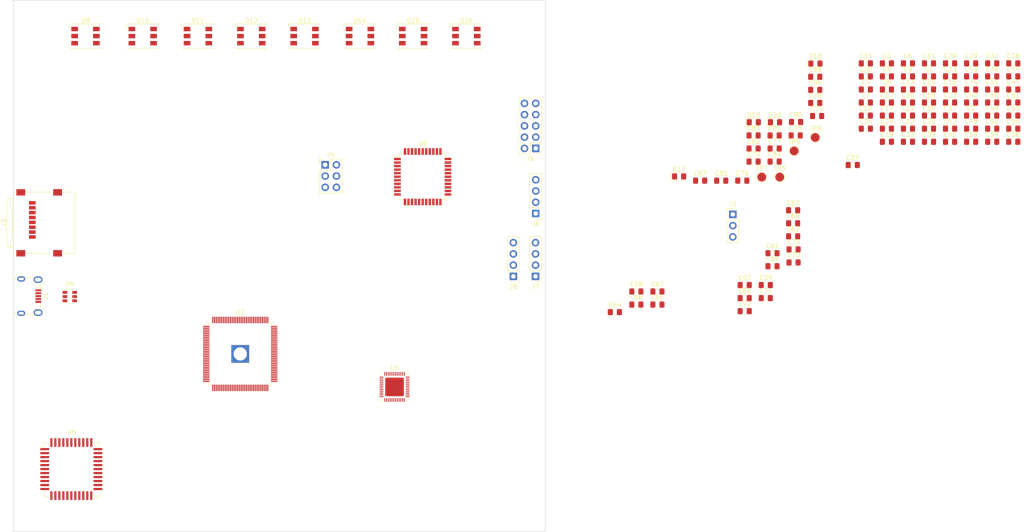
<source format=kicad_pcb>
(kicad_pcb (version 20171130) (host pcbnew "(5.1.5)-2")
  (layers (0 F.Cu signal) (1 3V3.Cu signal hide) (2 GND.Cu signal hide) (31 B.Cu signal) (34 B.Paste user) (35 F.Paste user) (36 B.SilkS user hide) (37 F.SilkS user) (38 B.Mask user) (39 F.Mask user) (44 Edge.Cuts user))
  (net 0 "")
  (net 1 "Net-(C1-Pad2)")
  (net 2 GND)
  (net 3 +VIN_5V)
  (net 4 "Net-(C3-Pad1)")
  (net 5 +VCC_3V3)
  (net 6 /power/VINT)
  (net 7 +VCC_1V25)
  (net 8 /power/IPS)
  (net 9 /power/LDO3)
  (net 10 /power/LDO4)
  (net 11 +VCC_3V0)
  (net 12 /power/LDO1)
  (net 13 "Net-(C22-Pad1)")
  (net 14 +VUSB_5V)
  (net 15 +VRTC_3V3)
  (net 16 +VRAM_1V8)
  (net 17 /mcu/RESET_N)
  (net 18 "Net-(C57-Pad2)")
  (net 19 "Net-(C58-Pad1)")
  (net 20 "Net-(C61-Pad2)")
  (net 21 "Net-(C62-Pad2)")
  (net 22 "Net-(C63-Pad2)")
  (net 23 "Net-(C64-Pad2)")
  (net 24 "Net-(C65-Pad2)")
  (net 25 "Net-(C66-Pad2)")
  (net 26 /mcu/HPCOM)
  (net 27 /mcu/HPVCC_BP)
  (net 28 /mcu/VRA2)
  (net 29 /mcu/VRA1)
  (net 30 /mcu/SVREF)
  (net 31 "Net-(C75-Pad1)")
  (net 32 "Net-(C77-Pad1)")
  (net 33 "Net-(C78-Pad1)")
  (net 34 "Net-(C85-Pad1)")
  (net 35 "Net-(D9-Pad1)")
  (net 36 "Net-(D10-Pad4)")
  (net 37 "Net-(D9-Pad6)")
  (net 38 /led/IND_LED_DATA)
  (net 39 "Net-(D10-Pad1)")
  (net 40 "Net-(D10-Pad3)")
  (net 41 "Net-(D10-Pad6)")
  (net 42 "Net-(D11-Pad1)")
  (net 43 "Net-(D11-Pad3)")
  (net 44 "Net-(D12-Pad1)")
  (net 45 "Net-(D12-Pad3)")
  (net 46 "Net-(D13-Pad1)")
  (net 47 "Net-(D13-Pad3)")
  (net 48 "Net-(D14-Pad1)")
  (net 49 "Net-(D14-Pad3)")
  (net 50 "Net-(D15-Pad1)")
  (net 51 "Net-(D15-Pad3)")
  (net 52 "Net-(D16-Pad1)")
  (net 53 "Net-(D16-Pad3)")
  (net 54 /led/GPIO_LED0)
  (net 55 /led/GPIO_LED1)
  (net 56 /led/GPIO_LED2)
  (net 57 /led/GPIO_LED3)
  (net 58 /mcu/USB_P)
  (net 59 /mcu/USB_N)
  (net 60 /mcu/UART0_RX)
  (net 61 /mcu/UART0_TX)
  (net 62 /mcu/SDC0_D2)
  (net 63 /mcu/SDC0_D3)
  (net 64 /mcu/SDC0_CMD)
  (net 65 /mcu/SDC0_CLK)
  (net 66 /mcu/SDC0_D0)
  (net 67 /mcu/SDC0_D1)
  (net 68 /led/RESET_N)
  (net 69 "Net-(J4-Pad4)")
  (net 70 "Net-(J4-Pad3)")
  (net 71 "Net-(J4-Pad1)")
  (net 72 "Net-(J5-Pad9)")
  (net 73 "Net-(J5-Pad8)")
  (net 74 "Net-(J5-Pad6)")
  (net 75 "Net-(J5-Pad5)")
  (net 76 "Net-(J5-Pad3)")
  (net 77 "Net-(J5-Pad1)")
  (net 78 /led/I2C_SDA)
  (net 79 /led/I2C_SCL)
  (net 80 /led/UART0_RX)
  (net 81 /led/UART0_TX)
  (net 82 /led/UART1_RX)
  (net 83 /led/UART1_TX)
  (net 84 "Net-(TP6-Pad1)")
  (net 85 "Net-(TP7-Pad1)")
  (net 86 "Net-(TP8-Pad1)")
  (net 87 "Net-(TP9-Pad1)")
  (net 88 /mcu/SDC1_D3)
  (net 89 /mcu/HPOUTL)
  (net 90 /mcu/HPOUTR)
  (net 91 /mcu/MIC_HBIAS)
  (net 92 /mcu/MIC1N)
  (net 93 /mcu/MIC1P)
  (net 94 /mcu/USB0_P)
  (net 95 /mcu/USB0_N)
  (net 96 "Net-(R14-Pad2)")
  (net 97 "Net-(U2-Pad100)")
  (net 98 "Net-(U2-Pad94)")
  (net 99 "Net-(U2-Pad92)")
  (net 100 "Net-(U2-Pad91)")
  (net 101 "Net-(U2-Pad89)")
  (net 102 "Net-(U2-Pad87)")
  (net 103 "Net-(U2-Pad86)")
  (net 104 "Net-(U2-Pad84)")
  (net 105 "Net-(U2-Pad83)")
  (net 106 "Net-(U2-Pad82)")
  (net 107 "Net-(U2-Pad81)")
  (net 108 "Net-(U2-Pad78)")
  (net 109 "Net-(U2-Pad77)")
  (net 110 "Net-(R17-Pad2)")
  (net 111 /mcu/SPI_MOSI)
  (net 112 /mcu/SPI_CS)
  (net 113 /mcu/SPI_CLK)
  (net 114 /mcu/SPI_MISO)
  (net 115 /power/AXP_SDA)
  (net 116 /power/AXP_SCL)
  (net 117 /power/AXP_IRQ)
  (net 118 "/WiFi + BT/BT_IRQ")
  (net 119 "Net-(U2-Pad42)")
  (net 120 "Net-(U2-Pad41)")
  (net 121 "Net-(U2-Pad40)")
  (net 122 "Net-(U2-Pad39)")
  (net 123 "Net-(U2-Pad37)")
  (net 124 "Net-(U2-Pad36)")
  (net 125 "Net-(U2-Pad35)")
  (net 126 "Net-(U2-Pad34)")
  (net 127 "Net-(U2-Pad33)")
  (net 128 "Net-(U2-Pad32)")
  (net 129 "Net-(U2-Pad31)")
  (net 130 "Net-(U2-Pad30)")
  (net 131 "Net-(U2-Pad28)")
  (net 132 "Net-(U2-Pad27)")
  (net 133 "Net-(U2-Pad24)")
  (net 134 "Net-(U2-Pad23)")
  (net 135 "Net-(U2-Pad22)")
  (net 136 "Net-(U2-Pad18)")
  (net 137 "Net-(U2-Pad17)")
  (net 138 "Net-(U2-Pad16)")
  (net 139 "Net-(U2-Pad15)")
  (net 140 "Net-(U2-Pad14)")
  (net 141 "Net-(U2-Pad13)")
  (net 142 "Net-(U2-Pad11)")
  (net 143 "Net-(U2-Pad10)")
  (net 144 "/WiFi + BT/BT_UART_RX")
  (net 145 "/WiFi + BT/BT_UART_TX")
  (net 146 "Net-(U2-Pad7)")
  (net 147 "Net-(U2-Pad6)")
  (net 148 "Net-(R12-Pad1)")
  (net 149 /mcu/SDC1_CMD)
  (net 150 /mcu/SDC1_D0)
  (net 151 /mcu/SDC1_D1)
  (net 152 /mcu/SDC1_D2)
  (net 153 "Net-(AE1-Pad1)")
  (net 154 "Net-(U5-Pad4)")
  (net 155 "Net-(U5-Pad5)")
  (net 156 "/WiFi + BT/BT_WAKE")
  (net 157 "Net-(U5-Pad8)")
  (net 158 "Net-(U5-Pad10)")
  (net 159 "Net-(U5-Pad11)")
  (net 160 "/WiFi + BT/WLAN_DSI_N")
  (net 161 "/WiFi + BT/WLAN_IRQ")
  (net 162 /mcu/SDC1_CLK)
  (net 163 "Net-(U5-Pad21)")
  (net 164 "Net-(U5-Pad23)")
  (net 165 "Net-(U5-Pad24)")
  (net 166 "Net-(U5-Pad25)")
  (net 167 "Net-(U5-Pad26)")
  (net 168 "Net-(U5-Pad27)")
  (net 169 "Net-(U5-Pad28)")
  (net 170 "Net-(U5-Pad29)")
  (net 171 "Net-(U5-Pad30)")
  (net 172 "Net-(U5-Pad32)")
  (net 173 "/WiFi + BT/BT_RST_N")
  (net 174 "Net-(U5-Pad35)")
  (net 175 "Net-(U5-Pad37)")
  (net 176 "Net-(U5-Pad38)")
  (net 177 "Net-(U5-Pad39)")
  (net 178 "Net-(U5-Pad40)")
  (net 179 "Net-(U5-Pad41)")
  (net 180 "/WiFi + BT/BT_UART_CTS")
  (net 181 "Net-(R23-Pad2)")
  (net 182 "Net-(U6-Pad43)")
  (net 183 /led/LED_MCU_INT)
  (net 184 /led/MAIN_LED_DATA)
  (net 185 "Net-(U6-Pad31)")
  (net 186 "Net-(U6-Pad30)")
  (net 187 "Net-(U6-Pad16)")
  (net 188 "Net-(U6-Pad15)")
  (net 189 "Net-(U6-Pad14)")
  (net 190 "Net-(U6-Pad13)")
  (net 191 "Net-(U6-Pad8)")
  (net 192 "Net-(U6-Pad7)")
  (net 193 "Net-(U1-Pad45)")
  (net 194 "Net-(U1-Pad44)")
  (net 195 "Net-(U1-Pad43)")
  (net 196 "Net-(U1-Pad42)")
  (net 197 "Net-(U1-Pad39)")
  (net 198 "Net-(U1-Pad38)")
  (net 199 "Net-(R5-Pad2)")
  (net 200 "Net-(U1-Pad36)")
  (net 201 "Net-(U1-Pad30)")
  (net 202 "Net-(R4-Pad2)")
  (net 203 "Net-(U1-Pad20)")
  (net 204 /power/AXP_GPIO0)
  (net 205 /power/AXP_GPIO1)
  (net 206 "Net-(L3-Pad1)")
  (net 207 "Net-(L2-Pad1)")
  (net 208 /power/AXP_GPIO2)
  (net 209 /power/AXP_GPIO3)
  (module Package_DFN_QFN:QFN-48-1EP_6x6mm_P0.4mm_EP4.2x4.2mm (layer F.Cu) (at 124.55 115.85)
    (fp_text reference U1 (at 0 -4.32) (layer F.SilkS))
    (fp_text value AXP203)
    (pad 48 smd roundrect (at -2.2 -2.95) (size 0.2 0.85) (layers F.Cu F.Paste F.Mask) (net 117 /power/AXP_IRQ))
    (pad 47 smd roundrect (at -1.8 -2.95) (size 0.2 0.85) (layers F.Cu F.Paste F.Mask) (net 13 "Net-(C22-Pad1)"))
    (pad 46 smd roundrect (at -1.4 -2.95) (size 0.2 0.85) (layers F.Cu F.Paste F.Mask) (net 2 GND))
    (pad 45 smd roundrect (at -1 -2.95) (size 0.2 0.85) (layers F.Cu F.Paste F.Mask) (net 193 "Net-(U1-Pad45)"))
    (pad 44 smd roundrect (at -0.6 -2.95) (size 0.2 0.85) (layers F.Cu F.Paste F.Mask) (net 194 "Net-(U1-Pad44)"))
    (pad 43 smd roundrect (at -0.2 -2.95) (size 0.2 0.85) (layers F.Cu F.Paste F.Mask) (net 195 "Net-(U1-Pad43)"))
    (pad 42 smd roundrect (at 0.2 -2.95) (size 0.2 0.85) (layers F.Cu F.Paste F.Mask) (net 196 "Net-(U1-Pad42)"))
    (pad 41 smd roundrect (at 0.6 -2.95) (size 0.2 0.85) (layers F.Cu F.Paste F.Mask) (net 9 /power/LDO3))
    (pad 40 smd roundrect (at 1 -2.95) (size 0.2 0.85) (layers F.Cu F.Paste F.Mask) (net 5 +VCC_3V3))
    (pad 39 smd roundrect (at 1.4 -2.95) (size 0.2 0.85) (layers F.Cu F.Paste F.Mask) (net 197 "Net-(U1-Pad39)"))
    (pad 38 smd roundrect (at 1.8 -2.95) (size 0.2 0.85) (layers F.Cu F.Paste F.Mask) (net 198 "Net-(U1-Pad38)"))
    (pad 37 smd roundrect (at 2.2 -2.95) (size 0.2 0.85) (layers F.Cu F.Paste F.Mask) (net 199 "Net-(R5-Pad2)"))
    (pad 36 smd roundrect (at 2.95 -2.2) (size 0.85 0.2) (layers F.Cu F.Paste F.Mask) (net 200 "Net-(U1-Pad36)"))
    (pad 35 smd roundrect (at 2.95 -1.8) (size 0.85 0.2) (layers F.Cu F.Paste F.Mask) (net 8 /power/IPS))
    (pad 34 smd roundrect (at 2.95 -1.4) (size 0.85 0.2) (layers F.Cu F.Paste F.Mask) (net 8 /power/IPS))
    (pad 33 smd roundrect (at 2.95 -1) (size 0.85 0.2) (layers F.Cu F.Paste F.Mask) (net 3 +VIN_5V))
    (pad 32 smd roundrect (at 2.95 -0.6) (size 0.85 0.2) (layers F.Cu F.Paste F.Mask) (net 3 +VIN_5V))
    (pad 31 smd roundrect (at 2.95 -0.2) (size 0.85 0.2) (layers F.Cu F.Paste F.Mask) (net 14 +VUSB_5V))
    (pad 30 smd roundrect (at 2.95 0.2) (size 0.85 0.2) (layers F.Cu F.Paste F.Mask) (net 201 "Net-(U1-Pad30)"))
    (pad 29 smd roundrect (at 2.95 0.6) (size 0.85 0.2) (layers F.Cu F.Paste F.Mask) (net 8 /power/IPS))
    (pad 28 smd roundrect (at 2.95 1) (size 0.85 0.2) (layers F.Cu F.Paste F.Mask) (net 12 /power/LDO1))
    (pad 27 smd roundrect (at 2.95 1.4) (size 0.85 0.2) (layers F.Cu F.Paste F.Mask) (net 6 /power/VINT))
    (pad 26 smd roundrect (at 2.95 1.8) (size 0.85 0.2) (layers F.Cu F.Paste F.Mask) (net 6 /power/VINT))
    (pad 25 smd roundrect (at 2.95 2.2) (size 0.85 0.2) (layers F.Cu F.Paste F.Mask) (net 17 /mcu/RESET_N))
    (pad 24 smd roundrect (at 2.2 2.95) (size 0.2 0.85) (layers F.Cu F.Paste F.Mask) (net 4 "Net-(C3-Pad1)"))
    (pad 23 smd roundrect (at 1.8 2.95) (size 0.2 0.85) (layers F.Cu F.Paste F.Mask) (net 202 "Net-(R4-Pad2)"))
    (pad 22 smd roundrect (at 1.4 2.95) (size 0.2 0.85) (layers F.Cu F.Paste F.Mask) (net 2 GND))
    (pad 21 smd roundrect (at 1 2.95) (size 0.2 0.85) (layers F.Cu F.Paste F.Mask) (net 8 /power/IPS))
    (pad 20 smd roundrect (at 0.6 2.95) (size 0.2 0.85) (layers F.Cu F.Paste F.Mask) (net 203 "Net-(U1-Pad20)"))
    (pad 19 smd roundrect (at 0.2 2.95) (size 0.2 0.85) (layers F.Cu F.Paste F.Mask) (net 204 /power/AXP_GPIO0))
    (pad 18 smd roundrect (at -0.2 2.95) (size 0.2 0.85) (layers F.Cu F.Paste F.Mask) (net 205 /power/AXP_GPIO1))
    (pad 17 smd roundrect (at -0.6 2.95) (size 0.2 0.85) (layers F.Cu F.Paste F.Mask) (net 5 +VCC_3V3))
    (pad 16 smd roundrect (at -1 2.95) (size 0.2 0.85) (layers F.Cu F.Paste F.Mask) (net 2 GND))
    (pad 15 smd roundrect (at -1.4 2.95) (size 0.2 0.85) (layers F.Cu F.Paste F.Mask) (net 206 "Net-(L3-Pad1)"))
    (pad 14 smd roundrect (at -1.8 2.95) (size 0.2 0.85) (layers F.Cu F.Paste F.Mask) (net 8 /power/IPS))
    (pad 13 smd roundrect (at -2.2 2.95) (size 0.2 0.85) (layers F.Cu F.Paste F.Mask) (net 5 +VCC_3V3))
    (pad 12 smd roundrect (at -2.95 2.2) (size 0.85 0.2) (layers F.Cu F.Paste F.Mask) (net 11 +VCC_3V0))
    (pad 11 smd roundrect (at -2.95 1.8) (size 0.85 0.2) (layers F.Cu F.Paste F.Mask) (net 10 /power/LDO4))
    (pad 10 smd roundrect (at -2.95 1.4) (size 0.85 0.2) (layers F.Cu F.Paste F.Mask) (net 7 +VCC_1V25))
    (pad 9 smd roundrect (at -2.95 1) (size 0.85 0.2) (layers F.Cu F.Paste F.Mask) (net 2 GND))
    (pad 8 smd roundrect (at -2.95 0.6) (size 0.85 0.2) (layers F.Cu F.Paste F.Mask) (net 207 "Net-(L2-Pad1)"))
    (pad 7 smd roundrect (at -2.95 0.2) (size 0.85 0.2) (layers F.Cu F.Paste F.Mask) (net 8 /power/IPS))
    (pad 6 smd roundrect (at -2.95 -0.2) (size 0.85 0.2) (layers F.Cu F.Paste F.Mask) (net 2 GND))
    (pad 5 smd roundrect (at -2.95 -0.6) (size 0.85 0.2) (layers F.Cu F.Paste F.Mask) (net 208 /power/AXP_GPIO2))
    (pad 4 smd roundrect (at -2.95 -1) (size 0.85 0.2) (layers F.Cu F.Paste F.Mask) (net 1 "Net-(C1-Pad2)"))
    (pad 3 smd roundrect (at -2.95 -1.4) (size 0.85 0.2) (layers F.Cu F.Paste F.Mask) (net 209 /power/AXP_GPIO3))
    (pad 2 smd roundrect (at -2.95 -1.8) (size 0.85 0.2) (layers F.Cu F.Paste F.Mask) (net 116 /power/AXP_SCL))
    (pad 1 smd roundrect (at -2.95 -2.2) (size 0.85 0.2) (layers F.Cu F.Paste F.Mask) (net 115 /power/AXP_SDA))
    (pad 49 smd roundrect (at 0 0) (size 4.2 4.2) (layers F.Cu F.Mask) (roundrect_rratio 0.059524) (net 2 GND))
  )
  (module Package_QFP:TQFP-44_10x10mm_P0.8mm (layer F.Cu) (at 130.9 68.4)
    (fp_text reference U6 (at 0 -7.45) (layer F.SilkS))
    (fp_text value ATmega1284-AU)
    (pad 44 smd rect (at -4 -5.7 90) (size 1.5 0.55) (layers F.Cu F.Paste F.Mask) (net 181 "Net-(R23-Pad2)"))
    (pad 43 smd rect (at -3.2 -5.7 90) (size 1.5 0.55) (layers F.Cu F.Paste F.Mask) (net 182 "Net-(U6-Pad43)"))
    (pad 42 smd rect (at -2.4 -5.7 90) (size 1.5 0.55) (layers F.Cu F.Paste F.Mask) (net 183 /led/LED_MCU_INT))
    (pad 41 smd rect (at -1.6 -5.7 90) (size 1.5 0.55) (layers F.Cu F.Paste F.Mask) (net 86 "Net-(TP8-Pad1)"))
    (pad 40 smd rect (at -0.8 -5.7 90) (size 1.5 0.55) (layers F.Cu F.Paste F.Mask) (net 84 "Net-(TP6-Pad1)"))
    (pad 39 smd rect (at 0 -5.7 90) (size 1.5 0.55) (layers F.Cu F.Paste F.Mask) (net 2 GND))
    (pad 38 smd rect (at 0.8 -5.7 90) (size 1.5 0.55) (layers F.Cu F.Paste F.Mask) (net 3 +VIN_5V))
    (pad 37 smd rect (at 1.6 -5.7 90) (size 1.5 0.55) (layers F.Cu F.Paste F.Mask) (net 184 /led/MAIN_LED_DATA))
    (pad 36 smd rect (at 2.4 -5.7 90) (size 1.5 0.55) (layers F.Cu F.Paste F.Mask) (net 38 /led/IND_LED_DATA))
    (pad 35 smd rect (at 3.2 -5.7 90) (size 1.5 0.55) (layers F.Cu F.Paste F.Mask) (net 54 /led/GPIO_LED0))
    (pad 34 smd rect (at 4 -5.7 90) (size 1.5 0.55) (layers F.Cu F.Paste F.Mask) (net 55 /led/GPIO_LED1))
    (pad 33 smd rect (at 5.7 -4) (size 1.5 0.55) (layers F.Cu F.Paste F.Mask) (net 56 /led/GPIO_LED2))
    (pad 32 smd rect (at 5.7 -3.2) (size 1.5 0.55) (layers F.Cu F.Paste F.Mask) (net 57 /led/GPIO_LED3))
    (pad 31 smd rect (at 5.7 -2.4) (size 1.5 0.55) (layers F.Cu F.Paste F.Mask) (net 185 "Net-(U6-Pad31)"))
    (pad 30 smd rect (at 5.7 -1.6) (size 1.5 0.55) (layers F.Cu F.Paste F.Mask) (net 186 "Net-(U6-Pad30)"))
    (pad 29 smd rect (at 5.7 -0.8) (size 1.5 0.55) (layers F.Cu F.Paste F.Mask) (net 33 "Net-(C78-Pad1)"))
    (pad 28 smd rect (at 5.7 0) (size 1.5 0.55) (layers F.Cu F.Paste F.Mask) (net 2 GND))
    (pad 27 smd rect (at 5.7 0.8) (size 1.5 0.55) (layers F.Cu F.Paste F.Mask) (net 3 +VIN_5V))
    (pad 26 smd rect (at 5.7 1.6) (size 1.5 0.55) (layers F.Cu F.Paste F.Mask) (net 87 "Net-(TP9-Pad1)"))
    (pad 25 smd rect (at 5.7 2.4) (size 1.5 0.55) (layers F.Cu F.Paste F.Mask) (net 85 "Net-(TP7-Pad1)"))
    (pad 24 smd rect (at 5.7 3.2) (size 1.5 0.55) (layers F.Cu F.Paste F.Mask) (net 72 "Net-(J5-Pad9)"))
    (pad 23 smd rect (at 5.7 4) (size 1.5 0.55) (layers F.Cu F.Paste F.Mask) (net 76 "Net-(J5-Pad3)"))
    (pad 22 smd rect (at 4 5.7 90) (size 1.5 0.55) (layers F.Cu F.Paste F.Mask) (net 75 "Net-(J5-Pad5)"))
    (pad 21 smd rect (at 3.2 5.7 90) (size 1.5 0.55) (layers F.Cu F.Paste F.Mask) (net 77 "Net-(J5-Pad1)"))
    (pad 20 smd rect (at 2.4 5.7 90) (size 1.5 0.55) (layers F.Cu F.Paste F.Mask) (net 78 /led/I2C_SDA))
    (pad 19 smd rect (at 1.6 5.7 90) (size 1.5 0.55) (layers F.Cu F.Paste F.Mask) (net 79 /led/I2C_SCL))
    (pad 18 smd rect (at 0.8 5.7 90) (size 1.5 0.55) (layers F.Cu F.Paste F.Mask) (net 2 GND))
    (pad 17 smd rect (at 0 5.7 90) (size 1.5 0.55) (layers F.Cu F.Paste F.Mask) (net 3 +VIN_5V))
    (pad 16 smd rect (at -0.8 5.7 90) (size 1.5 0.55) (layers F.Cu F.Paste F.Mask) (net 187 "Net-(U6-Pad16)"))
    (pad 15 smd rect (at -1.6 5.7 90) (size 1.5 0.55) (layers F.Cu F.Paste F.Mask) (net 188 "Net-(U6-Pad15)"))
    (pad 14 smd rect (at -2.4 5.7 90) (size 1.5 0.55) (layers F.Cu F.Paste F.Mask) (net 189 "Net-(U6-Pad14)"))
    (pad 13 smd rect (at -3.2 5.7 90) (size 1.5 0.55) (layers F.Cu F.Paste F.Mask) (net 190 "Net-(U6-Pad13)"))
    (pad 12 smd rect (at -4 5.7 90) (size 1.5 0.55) (layers F.Cu F.Paste F.Mask) (net 83 /led/UART1_TX))
    (pad 11 smd rect (at -5.7 4) (size 1.5 0.55) (layers F.Cu F.Paste F.Mask) (net 82 /led/UART1_RX))
    (pad 10 smd rect (at -5.7 3.2) (size 1.5 0.55) (layers F.Cu F.Paste F.Mask) (net 81 /led/UART0_TX))
    (pad 9 smd rect (at -5.7 2.4) (size 1.5 0.55) (layers F.Cu F.Paste F.Mask) (net 80 /led/UART0_RX))
    (pad 8 smd rect (at -5.7 1.6) (size 1.5 0.55) (layers F.Cu F.Paste F.Mask) (net 191 "Net-(U6-Pad8)"))
    (pad 7 smd rect (at -5.7 0.8) (size 1.5 0.55) (layers F.Cu F.Paste F.Mask) (net 192 "Net-(U6-Pad7)"))
    (pad 6 smd rect (at -5.7 0) (size 1.5 0.55) (layers F.Cu F.Paste F.Mask) (net 2 GND))
    (pad 5 smd rect (at -5.7 -0.8) (size 1.5 0.55) (layers F.Cu F.Paste F.Mask) (net 3 +VIN_5V))
    (pad 4 smd rect (at -5.7 -1.6) (size 1.5 0.55) (layers F.Cu F.Paste F.Mask) (net 68 /led/RESET_N))
    (pad 3 smd rect (at -5.7 -2.4) (size 1.5 0.55) (layers F.Cu F.Paste F.Mask) (net 70 "Net-(J4-Pad3)"))
    (pad 2 smd rect (at -5.7 -3.2) (size 1.5 0.55) (layers F.Cu F.Paste F.Mask) (net 71 "Net-(J4-Pad1)"))
    (pad 1 smd rect (at -5.7 -4) (size 1.5 0.55) (layers F.Cu F.Paste F.Mask) (net 69 "Net-(J4-Pad4)"))
  )
  (module Kala_PCB_v1:LQFP-44_12x12mm_P0.5mm (layer F.Cu) (at 45.65 128.4)
    (fp_text reference U5 (at 6.096 -2.284) (layer F.SilkS))
    (fp_text value RTL8723BS_MOD)
    (pad 1 smd roundrect (at 0 1.5) (size 2 0.5) (layers F.Cu F.Paste F.Mask) (net 2 GND))
    (pad 2 smd roundrect (at 0 2.4) (size 2 0.5) (layers F.Cu F.Paste F.Mask) (net 153 "Net-(AE1-Pad1)"))
    (pad 3 smd roundrect (at 0 3.3) (size 2 0.5) (layers F.Cu F.Paste F.Mask) (net 2 GND))
    (pad 4 smd roundrect (at 0 4.2) (size 2 0.5) (layers F.Cu F.Paste F.Mask) (net 154 "Net-(U5-Pad4)"))
    (pad 5 smd roundrect (at 0 5.1) (size 2 0.5) (layers F.Cu F.Paste F.Mask) (net 155 "Net-(U5-Pad5)"))
    (pad 6 smd roundrect (at 0 6) (size 2 0.5) (layers F.Cu F.Paste F.Mask) (net 156 "/WiFi + BT/BT_WAKE"))
    (pad 7 smd roundrect (at 0 6.9) (size 2 0.5) (layers F.Cu F.Paste F.Mask) (net 118 "/WiFi + BT/BT_IRQ"))
    (pad 8 smd roundrect (at 0 7.8) (size 2 0.5) (layers F.Cu F.Paste F.Mask) (net 157 "Net-(U5-Pad8)"))
    (pad 9 smd roundrect (at 0 8.7) (size 2 0.5) (layers F.Cu F.Paste F.Mask) (net 5 +VCC_3V3))
    (pad 10 smd roundrect (at 0 9.6) (size 2 0.5) (layers F.Cu F.Paste F.Mask) (net 158 "Net-(U5-Pad10)"))
    (pad 11 smd roundrect (at 0 10.5) (size 2 0.5) (layers F.Cu F.Paste F.Mask) (net 159 "Net-(U5-Pad11)"))
    (pad 12 smd roundrect (at 1.5 12 90) (size 2 0.5) (layers F.Cu F.Paste F.Mask) (net 160 "/WiFi + BT/WLAN_DSI_N"))
    (pad 13 smd roundrect (at 2.4 12 90) (size 2 0.5) (layers F.Cu F.Paste F.Mask) (net 161 "/WiFi + BT/WLAN_IRQ"))
    (pad 14 smd roundrect (at 3.3 12 90) (size 2 0.5) (layers F.Cu F.Paste F.Mask) (net 152 /mcu/SDC1_D2))
    (pad 15 smd roundrect (at 4.2 12 90) (size 2 0.5) (layers F.Cu F.Paste F.Mask) (net 88 /mcu/SDC1_D3))
    (pad 16 smd roundrect (at 5.1 12 90) (size 2 0.5) (layers F.Cu F.Paste F.Mask) (net 149 /mcu/SDC1_CMD))
    (pad 17 smd roundrect (at 6 12 90) (size 2 0.5) (layers F.Cu F.Paste F.Mask) (net 162 /mcu/SDC1_CLK))
    (pad 18 smd roundrect (at 6.9 12 90) (size 2 0.5) (layers F.Cu F.Paste F.Mask) (net 150 /mcu/SDC1_D0))
    (pad 19 smd roundrect (at 7.8 12 90) (size 2 0.5) (layers F.Cu F.Paste F.Mask) (net 151 /mcu/SDC1_D1))
    (pad 20 smd roundrect (at 8.7 12 90) (size 2 0.5) (layers F.Cu F.Paste F.Mask) (net 2 GND))
    (pad 21 smd roundrect (at 9.6 12) (size 0.5 2) (layers F.Cu F.Paste F.Mask) (net 163 "Net-(U5-Pad21)"))
    (pad 22 smd roundrect (at 10.5 12) (size 0.5 2) (layers F.Cu F.Paste F.Mask) (net 5 +VCC_3V3))
    (pad 23 smd roundrect (at 12 10.5 90) (size 0.5 2) (layers F.Cu F.Paste F.Mask) (net 164 "Net-(U5-Pad23)"))
    (pad 24 smd roundrect (at 12 9.6 90) (size 0.5 2) (layers F.Cu F.Paste F.Mask) (net 165 "Net-(U5-Pad24)"))
    (pad 25 smd roundrect (at 12 8.7 90) (size 0.5 2) (layers F.Cu F.Paste F.Mask) (net 166 "Net-(U5-Pad25)"))
    (pad 26 smd roundrect (at 12 7.8 90) (size 0.5 2) (layers F.Cu F.Paste F.Mask) (net 167 "Net-(U5-Pad26)"))
    (pad 27 smd roundrect (at 12 6.9 90) (size 0.5 2) (layers F.Cu F.Paste F.Mask) (net 168 "Net-(U5-Pad27)"))
    (pad 28 smd roundrect (at 12 6 90) (size 0.5 2) (layers F.Cu F.Paste F.Mask) (net 169 "Net-(U5-Pad28)"))
    (pad 29 smd roundrect (at 12 5.1 90) (size 0.5 2) (layers F.Cu F.Paste F.Mask) (net 170 "Net-(U5-Pad29)"))
    (pad 30 smd roundrect (at 12 4.2 90) (size 0.5 2) (layers F.Cu F.Paste F.Mask) (net 171 "Net-(U5-Pad30)"))
    (pad 31 smd roundrect (at 12 3.3 90) (size 0.5 2) (layers F.Cu F.Paste F.Mask) (net 2 GND))
    (pad 32 smd roundrect (at 12 2.4 90) (size 0.5 2) (layers F.Cu F.Paste F.Mask) (net 172 "Net-(U5-Pad32)"))
    (pad 33 smd roundrect (at 12 1.5 90) (size 0.5 2) (layers F.Cu F.Paste F.Mask) (net 2 GND))
    (pad 34 smd roundrect (at 10.5 0 180) (size 0.5 2) (layers F.Cu F.Paste F.Mask) (net 173 "/WiFi + BT/BT_RST_N"))
    (pad 35 smd roundrect (at 9.6 0 180) (size 0.5 2) (layers F.Cu F.Paste F.Mask) (net 174 "Net-(U5-Pad35)"))
    (pad 36 smd roundrect (at 8.7 0 180) (size 0.5 2) (layers F.Cu F.Paste F.Mask) (net 2 GND))
    (pad 37 smd roundrect (at 7.8 0 180) (size 0.5 2) (layers F.Cu F.Paste F.Mask) (net 175 "Net-(U5-Pad37)"))
    (pad 38 smd roundrect (at 6.9 0 180) (size 0.5 2) (layers F.Cu F.Paste F.Mask) (net 176 "Net-(U5-Pad38)"))
    (pad 39 smd roundrect (at 6 0 180) (size 0.5 2) (layers F.Cu F.Paste F.Mask) (net 177 "Net-(U5-Pad39)"))
    (pad 40 smd roundrect (at 5.1 0 180) (size 0.5 2) (layers F.Cu F.Paste F.Mask) (net 178 "Net-(U5-Pad40)"))
    (pad 41 smd roundrect (at 4.2 0 90) (size 2 0.5) (layers F.Cu F.Paste F.Mask) (net 179 "Net-(U5-Pad41)"))
    (pad 42 smd roundrect (at 3.3 0 90) (size 2 0.5) (layers F.Cu F.Paste F.Mask) (net 145 "/WiFi + BT/BT_UART_TX"))
    (pad 43 smd roundrect (at 2.4 0 90) (size 2 0.5) (layers F.Cu F.Paste F.Mask) (net 144 "/WiFi + BT/BT_UART_RX"))
    (pad 44 smd roundrect (at 1.5 0 90) (size 2 0.5) (layers F.Cu F.Paste F.Mask) (net 180 "/WiFi + BT/BT_UART_CTS"))
  )
  (module Package_TO_SOT_SMD:SOT-23-6 (layer F.Cu) (at 51.3 95.45)
    (fp_text reference U4 (at 0 -2.9) (layer F.SilkS))
    (fp_text value USBLC6-2SC6)
    (pad 5 smd rect (at 1.1 0) (size 1.06 0.65) (layers F.Cu F.Paste F.Mask) (net 18 "Net-(C57-Pad2)"))
    (pad 6 smd rect (at 1.1 -0.95) (size 1.06 0.65) (layers F.Cu F.Paste F.Mask) (net 59 /mcu/USB_N))
    (pad 4 smd rect (at 1.1 0.95) (size 1.06 0.65) (layers F.Cu F.Paste F.Mask) (net 58 /mcu/USB_P))
    (pad 3 smd rect (at -1.1 0.95) (size 1.06 0.65) (layers F.Cu F.Paste F.Mask) (net 94 /mcu/USB0_P))
    (pad 2 smd rect (at -1.1 0) (size 1.06 0.65) (layers F.Cu F.Paste F.Mask) (net 2 GND))
    (pad 1 smd rect (at -1.1 -0.95) (size 1.06 0.65) (layers F.Cu F.Paste F.Mask) (net 95 /mcu/USB0_N))
  )
  (module Kala_PCB_v1:EQFP-128_14x14mm_P0.4mm (layer F.Cu) (at 89.75 108.4)
    (fp_text reference U2 (at 0 -9.35) (layer F.SilkS))
    (fp_text value V3S)
    (pad 129 thru_hole rect (at 0 0) (size 4 4) (drill 3) (layers *.Cu *.Mask) (net 2 GND))
    (pad 128 smd roundrect (at -6.2 -7.6625) (size 0.25 1.475) (layers F.Cu F.Paste F.Mask) (net 88 /mcu/SDC1_D3))
    (pad 127 smd roundrect (at -5.8 -7.6625) (size 0.25 1.475) (layers F.Cu F.Paste F.Mask) (net 5 +VCC_3V3))
    (pad 126 smd roundrect (at -5.4 -7.6625) (size 0.25 1.475) (layers F.Cu F.Paste F.Mask) (net 7 +VCC_1V25))
    (pad 125 smd roundrect (at -5 -7.6625) (size 0.25 1.475) (layers F.Cu F.Paste F.Mask) (net 26 /mcu/HPCOM))
    (pad 124 smd roundrect (at -4.6 -7.6625) (size 0.25 1.475) (layers F.Cu F.Paste F.Mask) (net 26 /mcu/HPCOM))
    (pad 123 smd roundrect (at -4.2 -7.6625) (size 0.25 1.475) (layers F.Cu F.Paste F.Mask) (net 27 /mcu/HPVCC_BP))
    (pad 122 smd roundrect (at -3.8 -7.6625) (size 0.25 1.475) (layers F.Cu F.Paste F.Mask) (net 5 +VCC_3V3))
    (pad 121 smd roundrect (at -3.4 -7.6625) (size 0.25 1.475) (layers F.Cu F.Paste F.Mask) (net 89 /mcu/HPOUTL))
    (pad 120 smd roundrect (at -3 -7.6625) (size 0.25 1.475) (layers F.Cu F.Paste F.Mask) (net 90 /mcu/HPOUTR))
    (pad 119 smd roundrect (at -2.6 -7.6625) (size 0.25 1.475) (layers F.Cu F.Paste F.Mask) (net 91 /mcu/MIC_HBIAS))
    (pad 118 smd roundrect (at -2.2 -7.6625) (size 0.25 1.475) (layers F.Cu F.Paste F.Mask) (net 28 /mcu/VRA2))
    (pad 117 smd roundrect (at -1.8 -7.6625) (size 0.25 1.475) (layers F.Cu F.Paste F.Mask) (net 29 /mcu/VRA1))
    (pad 116 smd roundrect (at -1.4 -7.6625) (size 0.25 1.475) (layers F.Cu F.Paste F.Mask) (net 2 GND))
    (pad 115 smd roundrect (at -1 -7.6625) (size 0.25 1.475) (layers F.Cu F.Paste F.Mask) (net 11 +VCC_3V0))
    (pad 114 smd roundrect (at -0.6 -7.6625) (size 0.25 1.475) (layers F.Cu F.Paste F.Mask) (net 92 /mcu/MIC1N))
    (pad 113 smd roundrect (at -0.2 -7.6625) (size 0.25 1.475) (layers F.Cu F.Paste F.Mask) (net 93 /mcu/MIC1P))
    (pad 112 smd roundrect (at 0.2 -7.6625) (size 0.25 1.475) (layers F.Cu F.Paste F.Mask) (net 19 "Net-(C58-Pad1)"))
    (pad 111 smd roundrect (at 0.6 -7.6625) (size 0.25 1.475) (layers F.Cu F.Paste F.Mask) (net 94 /mcu/USB0_P))
    (pad 110 smd roundrect (at 1 -7.6625) (size 0.25 1.475) (layers F.Cu F.Paste F.Mask) (net 95 /mcu/USB0_N))
    (pad 109 smd roundrect (at 1.4 -7.6625) (size 0.25 1.475) (layers F.Cu F.Paste F.Mask) (net 5 +VCC_3V3))
    (pad 108 smd roundrect (at 1.8 -7.6625) (size 0.25 1.475) (layers F.Cu F.Paste F.Mask) (net 7 +VCC_1V25))
    (pad 107 smd roundrect (at 2.2 -7.6625) (size 0.25 1.475) (layers F.Cu F.Paste F.Mask) (net 67 /mcu/SDC0_D1))
    (pad 106 smd roundrect (at 2.6 -7.6625) (size 0.25 1.475) (layers F.Cu F.Paste F.Mask) (net 66 /mcu/SDC0_D0))
    (pad 105 smd roundrect (at 3 -7.6625) (size 0.25 1.475) (layers F.Cu F.Paste F.Mask) (net 96 "Net-(R14-Pad2)"))
    (pad 104 smd roundrect (at 3.4 -7.6625) (size 0.25 1.475) (layers F.Cu F.Paste F.Mask) (net 5 +VCC_3V3))
    (pad 103 smd roundrect (at 3.8 -7.6625) (size 0.25 1.475) (layers F.Cu F.Paste F.Mask) (net 64 /mcu/SDC0_CMD))
    (pad 102 smd roundrect (at 4.2 -7.6625) (size 0.25 1.475) (layers F.Cu F.Paste F.Mask) (net 63 /mcu/SDC0_D3))
    (pad 101 smd roundrect (at 4.6 -7.6625) (size 0.25 1.475) (layers F.Cu F.Paste F.Mask) (net 62 /mcu/SDC0_D2))
    (pad 100 smd roundrect (at 5 -7.6625) (size 0.25 1.475) (layers F.Cu F.Paste F.Mask) (net 97 "Net-(U2-Pad100)"))
    (pad 99 smd roundrect (at 5.4 -7.6625) (size 0.25 1.475) (layers F.Cu F.Paste F.Mask) (net 17 /mcu/RESET_N))
    (pad 98 smd roundrect (at 5.8 -7.6625) (size 0.25 1.475) (layers F.Cu F.Paste F.Mask) (net 15 +VRTC_3V3))
    (pad 97 smd roundrect (at 6.2 -7.6625) (size 0.25 1.475) (layers F.Cu F.Paste F.Mask) (net 21 "Net-(C62-Pad2)"))
    (pad 96 smd roundrect (at 7.6625 -6.2) (size 1.475 0.25) (layers F.Cu F.Paste F.Mask) (net 22 "Net-(C63-Pad2)"))
    (pad 95 smd roundrect (at 7.6625 -5.8) (size 1.475 0.25) (layers F.Cu F.Paste F.Mask) (net 23 "Net-(C64-Pad2)"))
    (pad 94 smd roundrect (at 7.6625 -5.4) (size 1.475 0.25) (layers F.Cu F.Paste F.Mask) (net 98 "Net-(U2-Pad94)"))
    (pad 93 smd roundrect (at 7.6625 -5) (size 1.475 0.25) (layers F.Cu F.Paste F.Mask) (net 5 +VCC_3V3))
    (pad 92 smd roundrect (at 7.6625 -4.6) (size 1.475 0.25) (layers F.Cu F.Paste F.Mask) (net 99 "Net-(U2-Pad92)"))
    (pad 91 smd roundrect (at 7.6625 -4.2) (size 1.475 0.25) (layers F.Cu F.Paste F.Mask) (net 100 "Net-(U2-Pad91)"))
    (pad 90 smd roundrect (at 7.6625 -3.8) (size 1.475 0.25) (layers F.Cu F.Paste F.Mask))
    (pad 89 smd roundrect (at 7.6625 -3.4) (size 1.475 0.25) (layers F.Cu F.Paste F.Mask) (net 101 "Net-(U2-Pad89)"))
    (pad 88 smd roundrect (at 7.6625 -3) (size 1.475 0.25) (layers F.Cu F.Paste F.Mask) (net 7 +VCC_1V25))
    (pad 87 smd roundrect (at 7.6625 -2.6) (size 1.475 0.25) (layers F.Cu F.Paste F.Mask) (net 102 "Net-(U2-Pad87)"))
    (pad 86 smd roundrect (at 7.6625 -2.2) (size 1.475 0.25) (layers F.Cu F.Paste F.Mask) (net 103 "Net-(U2-Pad86)"))
    (pad 85 smd roundrect (at 7.6625 -1.8) (size 1.475 0.25) (layers F.Cu F.Paste F.Mask) (net 5 +VCC_3V3))
    (pad 84 smd roundrect (at 7.6625 -1.4) (size 1.475 0.25) (layers F.Cu F.Paste F.Mask) (net 104 "Net-(U2-Pad84)"))
    (pad 83 smd roundrect (at 7.6625 -1) (size 1.475 0.25) (layers F.Cu F.Paste F.Mask) (net 105 "Net-(U2-Pad83)"))
    (pad 82 smd roundrect (at 7.6625 -0.6) (size 1.475 0.25) (layers F.Cu F.Paste F.Mask) (net 106 "Net-(U2-Pad82)"))
    (pad 81 smd roundrect (at 7.6625 -0.2) (size 1.475 0.25) (layers F.Cu F.Paste F.Mask) (net 107 "Net-(U2-Pad81)"))
    (pad 80 smd roundrect (at 7.6625 0.2) (size 1.475 0.25) (layers F.Cu F.Paste F.Mask) (net 7 +VCC_1V25))
    (pad 79 smd roundrect (at 7.6625 0.6) (size 1.475 0.25) (layers F.Cu F.Paste F.Mask) (net 16 +VRAM_1V8))
    (pad 78 smd roundrect (at 7.6625 1) (size 1.475 0.25) (layers F.Cu F.Paste F.Mask) (net 108 "Net-(U2-Pad78)"))
    (pad 77 smd roundrect (at 7.6625 1.4) (size 1.475 0.25) (layers F.Cu F.Paste F.Mask) (net 109 "Net-(U2-Pad77)"))
    (pad 76 smd roundrect (at 7.6625 1.8) (size 1.475 0.25) (layers F.Cu F.Paste F.Mask) (net 11 +VCC_3V0))
    (pad 75 smd roundrect (at 7.6625 2.2) (size 1.475 0.25) (layers F.Cu F.Paste F.Mask) (net 24 "Net-(C65-Pad2)"))
    (pad 74 smd roundrect (at 7.6625 2.6) (size 1.475 0.25) (layers F.Cu F.Paste F.Mask) (net 25 "Net-(C66-Pad2)"))
    (pad 73 smd roundrect (at 7.6625 3) (size 1.475 0.25) (layers F.Cu F.Paste F.Mask) (net 110 "Net-(R17-Pad2)"))
    (pad 72 smd roundrect (at 7.6625 3.4) (size 1.475 0.25) (layers F.Cu F.Paste F.Mask) (net 16 +VRAM_1V8))
    (pad 71 smd roundrect (at 7.6625 3.8) (size 1.475 0.25) (layers F.Cu F.Paste F.Mask) (net 30 /mcu/SVREF))
    (pad 70 smd roundrect (at 7.6625 4.2) (size 1.475 0.25) (layers F.Cu F.Paste F.Mask) (net 16 +VRAM_1V8))
    (pad 69 smd roundrect (at 7.6625 4.6) (size 1.475 0.25) (layers F.Cu F.Paste F.Mask) (net 16 +VRAM_1V8))
    (pad 68 smd roundrect (at 7.6625 5) (size 1.475 0.25) (layers F.Cu F.Paste F.Mask) (net 16 +VRAM_1V8))
    (pad 67 smd roundrect (at 7.6625 5.4) (size 1.475 0.25) (layers F.Cu F.Paste F.Mask) (net 16 +VRAM_1V8))
    (pad 66 smd roundrect (at 7.6625 5.8) (size 1.475 0.25) (layers F.Cu F.Paste F.Mask) (net 16 +VRAM_1V8))
    (pad 65 smd roundrect (at 7.6625 6.2) (size 1.475 0.25) (layers F.Cu F.Paste F.Mask) (net 16 +VRAM_1V8))
    (pad 64 smd roundrect (at 6.2 7.6625) (size 0.25 1.475) (layers F.Cu F.Paste F.Mask) (net 7 +VCC_1V25))
    (pad 63 smd roundrect (at 5.8 7.6625) (size 0.25 1.475) (layers F.Cu F.Paste F.Mask) (net 30 /mcu/SVREF))
    (pad 62 smd roundrect (at 5.4 7.6625) (size 0.25 1.475) (layers F.Cu F.Paste F.Mask) (net 16 +VRAM_1V8))
    (pad 61 smd roundrect (at 5 7.6625) (size 0.25 1.475) (layers F.Cu F.Paste F.Mask) (net 16 +VRAM_1V8))
    (pad 60 smd roundrect (at 4.6 7.6625) (size 0.25 1.475) (layers F.Cu F.Paste F.Mask) (net 16 +VRAM_1V8))
    (pad 59 smd roundrect (at 4.2 7.6625) (size 0.25 1.475) (layers F.Cu F.Paste F.Mask) (net 16 +VRAM_1V8))
    (pad 58 smd roundrect (at 3.8 7.6625) (size 0.25 1.475) (layers F.Cu F.Paste F.Mask) (net 7 +VCC_1V25))
    (pad 57 smd roundrect (at 3.4 7.6625) (size 0.25 1.475) (layers F.Cu F.Paste F.Mask) (net 5 +VCC_3V3))
    (pad 56 smd roundrect (at 3 7.6625) (size 0.25 1.475) (layers F.Cu F.Paste F.Mask) (net 7 +VCC_1V25))
    (pad 55 smd roundrect (at 2.6 7.6625) (size 0.25 1.475) (layers F.Cu F.Paste F.Mask) (net 111 /mcu/SPI_MOSI))
    (pad 54 smd roundrect (at 2.2 7.6625) (size 0.25 1.475) (layers F.Cu F.Paste F.Mask) (net 112 /mcu/SPI_CS))
    (pad 53 smd roundrect (at 1.8 7.6625) (size 0.25 1.475) (layers F.Cu F.Paste F.Mask) (net 113 /mcu/SPI_CLK))
    (pad 52 smd roundrect (at 1.4 7.6625) (size 0.25 1.475) (layers F.Cu F.Paste F.Mask) (net 114 /mcu/SPI_MISO))
    (pad 51 smd roundrect (at 1 7.6625) (size 0.25 1.475) (layers F.Cu F.Paste F.Mask) (net 7 +VCC_1V25))
    (pad 50 smd roundrect (at 0.6 7.6625) (size 0.25 1.475) (layers F.Cu F.Paste F.Mask) (net 5 +VCC_3V3))
    (pad 49 smd roundrect (at 0.2 7.6625) (size 0.25 1.475) (layers F.Cu F.Paste F.Mask) (net 60 /mcu/UART0_RX))
    (pad 48 smd roundrect (at -0.2 7.6625) (size 0.25 1.475) (layers F.Cu F.Paste F.Mask) (net 61 /mcu/UART0_TX))
    (pad 47 smd roundrect (at -0.6 7.6625) (size 0.25 1.475) (layers F.Cu F.Paste F.Mask) (net 7 +VCC_1V25))
    (pad 46 smd roundrect (at -1 7.6625) (size 0.25 1.475) (layers F.Cu F.Paste F.Mask) (net 115 /power/AXP_SDA))
    (pad 45 smd roundrect (at -1.4 7.6625) (size 0.25 1.475) (layers F.Cu F.Paste F.Mask) (net 116 /power/AXP_SCL))
    (pad 44 smd roundrect (at -1.8 7.6625) (size 0.25 1.475) (layers F.Cu F.Paste F.Mask) (net 117 /power/AXP_IRQ))
    (pad 43 smd roundrect (at -2.2 7.6625) (size 0.25 1.475) (layers F.Cu F.Paste F.Mask) (net 118 "/WiFi + BT/BT_IRQ"))
    (pad 42 smd roundrect (at -2.6 7.6625) (size 0.25 1.475) (layers F.Cu F.Paste F.Mask) (net 119 "Net-(U2-Pad42)"))
    (pad 41 smd roundrect (at -3 7.6625) (size 0.25 1.475) (layers F.Cu F.Paste F.Mask) (net 120 "Net-(U2-Pad41)"))
    (pad 40 smd roundrect (at -3.4 7.6625) (size 0.25 1.475) (layers F.Cu F.Paste F.Mask) (net 121 "Net-(U2-Pad40)"))
    (pad 39 smd roundrect (at -3.8 7.6625) (size 0.25 1.475) (layers F.Cu F.Paste F.Mask) (net 122 "Net-(U2-Pad39)"))
    (pad 38 smd roundrect (at -4.2 7.6625) (size 0.25 1.475) (layers F.Cu F.Paste F.Mask) (net 7 +VCC_1V25))
    (pad 37 smd roundrect (at -4.6 7.6625) (size 0.25 1.475) (layers F.Cu F.Paste F.Mask) (net 123 "Net-(U2-Pad37)"))
    (pad 36 smd roundrect (at -5 7.6625) (size 0.25 1.475) (layers F.Cu F.Paste F.Mask) (net 124 "Net-(U2-Pad36)"))
    (pad 35 smd roundrect (at -5.4 7.6625) (size 0.25 1.475) (layers F.Cu F.Paste F.Mask) (net 125 "Net-(U2-Pad35)"))
    (pad 34 smd roundrect (at -5.8 7.6625) (size 0.25 1.475) (layers F.Cu F.Paste F.Mask) (net 126 "Net-(U2-Pad34)"))
    (pad 33 smd roundrect (at -6.2 7.6625) (size 0.25 1.475) (layers F.Cu F.Paste F.Mask) (net 127 "Net-(U2-Pad33)"))
    (pad 32 smd roundrect (at -7.6625 6.2) (size 1.475 0.25) (layers F.Cu F.Paste F.Mask) (net 128 "Net-(U2-Pad32)"))
    (pad 31 smd roundrect (at -7.6625 5.8) (size 1.475 0.25) (layers F.Cu F.Paste F.Mask) (net 129 "Net-(U2-Pad31)"))
    (pad 30 smd roundrect (at -7.6625 5.4) (size 1.475 0.25) (layers F.Cu F.Paste F.Mask) (net 130 "Net-(U2-Pad30)"))
    (pad 29 smd roundrect (at -7.6625 5) (size 1.475 0.25) (layers F.Cu F.Paste F.Mask) (net 5 +VCC_3V3))
    (pad 28 smd roundrect (at -7.6625 4.6) (size 1.475 0.25) (layers F.Cu F.Paste F.Mask) (net 131 "Net-(U2-Pad28)"))
    (pad 27 smd roundrect (at -7.6625 4.2) (size 1.475 0.25) (layers F.Cu F.Paste F.Mask) (net 132 "Net-(U2-Pad27)"))
    (pad 26 smd roundrect (at -7.6625 3.8) (size 1.475 0.25) (layers F.Cu F.Paste F.Mask) (net 7 +VCC_1V25))
    (pad 25 smd roundrect (at -7.6625 3.4) (size 1.475 0.25) (layers F.Cu F.Paste F.Mask) (net 7 +VCC_1V25))
    (pad 24 smd roundrect (at -7.6625 3) (size 1.475 0.25) (layers F.Cu F.Paste F.Mask) (net 133 "Net-(U2-Pad24)"))
    (pad 23 smd roundrect (at -7.6625 2.6) (size 1.475 0.25) (layers F.Cu F.Paste F.Mask) (net 134 "Net-(U2-Pad23)"))
    (pad 22 smd roundrect (at -7.6625 2.2) (size 1.475 0.25) (layers F.Cu F.Paste F.Mask) (net 135 "Net-(U2-Pad22)"))
    (pad 21 smd roundrect (at -7.6625 1.8) (size 1.475 0.25) (layers F.Cu F.Paste F.Mask) (net 7 +VCC_1V25))
    (pad 20 smd roundrect (at -7.6625 1.4) (size 1.475 0.25) (layers F.Cu F.Paste F.Mask) (net 7 +VCC_1V25))
    (pad 19 smd roundrect (at -7.6625 1) (size 1.475 0.25) (layers F.Cu F.Paste F.Mask) (net 7 +VCC_1V25))
    (pad 18 smd roundrect (at -7.6625 0.6) (size 1.475 0.25) (layers F.Cu F.Paste F.Mask) (net 136 "Net-(U2-Pad18)"))
    (pad 17 smd roundrect (at -7.6625 0.2) (size 1.475 0.25) (layers F.Cu F.Paste F.Mask) (net 137 "Net-(U2-Pad17)"))
    (pad 16 smd roundrect (at -7.6625 -0.2) (size 1.475 0.25) (layers F.Cu F.Paste F.Mask) (net 138 "Net-(U2-Pad16)"))
    (pad 15 smd roundrect (at -7.6625 -0.6) (size 1.475 0.25) (layers F.Cu F.Paste F.Mask) (net 139 "Net-(U2-Pad15)"))
    (pad 14 smd roundrect (at -7.6625 -1) (size 1.475 0.25) (layers F.Cu F.Paste F.Mask) (net 140 "Net-(U2-Pad14)"))
    (pad 13 smd roundrect (at -7.6625 -1.4) (size 1.475 0.25) (layers F.Cu F.Paste F.Mask) (net 141 "Net-(U2-Pad13)"))
    (pad 12 smd roundrect (at -7.6625 -1.8) (size 1.475 0.25) (layers F.Cu F.Paste F.Mask) (net 5 +VCC_3V3))
    (pad 11 smd roundrect (at -7.6625 -2.2) (size 1.475 0.25) (layers F.Cu F.Paste F.Mask) (net 142 "Net-(U2-Pad11)"))
    (pad 10 smd roundrect (at -7.6625 -2.6) (size 1.475 0.25) (layers F.Cu F.Paste F.Mask) (net 143 "Net-(U2-Pad10)"))
    (pad 9 smd roundrect (at -7.6625 -3) (size 1.475 0.25) (layers F.Cu F.Paste F.Mask) (net 144 "/WiFi + BT/BT_UART_RX"))
    (pad 8 smd roundrect (at -7.6625 -3.4) (size 1.475 0.25) (layers F.Cu F.Paste F.Mask) (net 145 "/WiFi + BT/BT_UART_TX"))
    (pad 7 smd roundrect (at -7.6625 -3.8) (size 1.475 0.25) (layers F.Cu F.Paste F.Mask) (net 146 "Net-(U2-Pad7)"))
    (pad 6 smd roundrect (at -7.6625 -4.2) (size 1.475 0.25) (layers F.Cu F.Paste F.Mask) (net 147 "Net-(U2-Pad6)"))
    (pad 5 smd roundrect (at -7.6625 -4.6) (size 1.475 0.25) (layers F.Cu F.Paste F.Mask) (net 148 "Net-(R12-Pad1)"))
    (pad 4 smd roundrect (at -7.6625 -5) (size 1.475 0.25) (layers F.Cu F.Paste F.Mask) (net 149 /mcu/SDC1_CMD))
    (pad 3 smd roundrect (at -7.6625 -5.4) (size 1.475 0.25) (layers F.Cu F.Paste F.Mask) (net 150 /mcu/SDC1_D0))
    (pad 2 smd roundrect (at -7.6625 -5.8) (size 1.475 0.25) (layers F.Cu F.Paste F.Mask) (net 151 /mcu/SDC1_D1))
    (pad 1 smd roundrect (at -7.6625 -6.2) (size 1.475 0.25) (layers F.Cu F.Paste F.Mask) (net 152 /mcu/SDC1_D2))
  )
  (module TestPoint:TestPoint_Pad_D2.0mm (layer F.Cu) (at 214.68 62.58)
    (fp_text reference TP9 (at 0 -1.998) (layer F.SilkS))
    (fp_text value PC7_TP)
    (pad 1 smd circle (at 0 0) (size 2 2) (layers F.Cu F.Mask) (net 87 "Net-(TP9-Pad1)"))
  )
  (module TestPoint:TestPoint_Pad_D2.0mm (layer F.Cu) (at 219.43 59.54)
    (fp_text reference TP8 (at 0 -1.998) (layer F.SilkS))
    (fp_text value CLK0_TP)
    (pad 1 smd circle (at 0 0) (size 2 2) (layers F.Cu F.Mask) (net 86 "Net-(TP8-Pad1)"))
  )
  (module TestPoint:TestPoint_Pad_D2.0mm (layer F.Cu) (at 207.38 68.48)
    (fp_text reference TP7 (at 0 -1.998) (layer F.SilkS))
    (fp_text value PC6_TP)
    (pad 1 smd circle (at 0 0) (size 2 2) (layers F.Cu F.Mask) (net 85 "Net-(TP7-Pad1)"))
  )
  (module TestPoint:TestPoint_Pad_D2.0mm (layer F.Cu) (at 211.43 68.48)
    (fp_text reference TP6 (at 0 -1.998) (layer F.SilkS))
    (fp_text value XCLK0_TP)
    (pad 1 smd circle (at 0 0) (size 2 2) (layers F.Cu F.Mask) (net 84 "Net-(TP6-Pad1)"))
  )
  (module Connector_PinHeader_2.54mm:PinHeader_1x04_P2.54mm_Vertical (layer F.Cu) (at 151.35 90.9 180)
    (fp_text reference J8 (at 0 -2.33) (layer F.SilkS))
    (fp_text value "UART1 Header")
    (pad 4 thru_hole oval (at 0 7.62 180) (size 1.7 1.7) (drill 1) (layers *.Cu *.Mask) (net 3 +VIN_5V))
    (pad 3 thru_hole oval (at 0 5.08 180) (size 1.7 1.7) (drill 1) (layers *.Cu *.Mask) (net 82 /led/UART1_RX))
    (pad 2 thru_hole oval (at 0 2.54 180) (size 1.7 1.7) (drill 1) (layers *.Cu *.Mask) (net 83 /led/UART1_TX))
    (pad 1 thru_hole rect (at 0 0 180) (size 1.7 1.7) (drill 1) (layers *.Cu *.Mask) (net 2 GND))
  )
  (module Connector_PinHeader_2.54mm:PinHeader_1x04_P2.54mm_Vertical (layer F.Cu) (at 156.35 90.9 180)
    (fp_text reference J7 (at 0 -2.33) (layer F.SilkS))
    (fp_text value "UART0 Header")
    (pad 4 thru_hole oval (at 0 7.62 180) (size 1.7 1.7) (drill 1) (layers *.Cu *.Mask) (net 3 +VIN_5V))
    (pad 3 thru_hole oval (at 0 5.08 180) (size 1.7 1.7) (drill 1) (layers *.Cu *.Mask) (net 80 /led/UART0_RX))
    (pad 2 thru_hole oval (at 0 2.54 180) (size 1.7 1.7) (drill 1) (layers *.Cu *.Mask) (net 81 /led/UART0_TX))
    (pad 1 thru_hole rect (at 0 0 180) (size 1.7 1.7) (drill 1) (layers *.Cu *.Mask) (net 2 GND))
  )
  (module Connector_PinHeader_2.54mm:PinHeader_1x04_P2.54mm_Vertical (layer F.Cu) (at 156.4 76.7 180)
    (fp_text reference J6 (at 0 -2.33) (layer F.SilkS))
    (fp_text value "I2C Header")
    (pad 4 thru_hole oval (at 0 7.62 180) (size 1.7 1.7) (drill 1) (layers *.Cu *.Mask) (net 3 +VIN_5V))
    (pad 3 thru_hole oval (at 0 5.08 180) (size 1.7 1.7) (drill 1) (layers *.Cu *.Mask) (net 78 /led/I2C_SDA))
    (pad 2 thru_hole oval (at 0 2.54 180) (size 1.7 1.7) (drill 1) (layers *.Cu *.Mask) (net 79 /led/I2C_SCL))
    (pad 1 thru_hole rect (at 0 0 180) (size 1.7 1.7) (drill 1) (layers *.Cu *.Mask) (net 2 GND))
  )
  (module Connector_PinHeader_2.54mm:PinHeader_2x05_P2.54mm_Vertical (layer F.Cu) (at 156.4 62 180)
    (fp_text reference J5 (at 1.27 -2.33) (layer F.SilkS))
    (fp_text value AVR-JTAG-10)
    (pad 10 thru_hole oval (at 2.54 10.16 180) (size 1.7 1.7) (drill 1) (layers *.Cu *.Mask) (net 2 GND))
    (pad 9 thru_hole oval (at 0 10.16 180) (size 1.7 1.7) (drill 1) (layers *.Cu *.Mask) (net 72 "Net-(J5-Pad9)"))
    (pad 8 thru_hole oval (at 2.54 7.62 180) (size 1.7 1.7) (drill 1) (layers *.Cu *.Mask) (net 73 "Net-(J5-Pad8)"))
    (pad 7 thru_hole oval (at 0 7.62 180) (size 1.7 1.7) (drill 1) (layers *.Cu *.Mask) (net 3 +VIN_5V))
    (pad 6 thru_hole oval (at 2.54 5.08 180) (size 1.7 1.7) (drill 1) (layers *.Cu *.Mask) (net 74 "Net-(J5-Pad6)"))
    (pad 5 thru_hole oval (at 0 5.08 180) (size 1.7 1.7) (drill 1) (layers *.Cu *.Mask) (net 75 "Net-(J5-Pad5)"))
    (pad 4 thru_hole oval (at 2.54 2.54 180) (size 1.7 1.7) (drill 1) (layers *.Cu *.Mask) (net 3 +VIN_5V))
    (pad 3 thru_hole oval (at 0 2.54 180) (size 1.7 1.7) (drill 1) (layers *.Cu *.Mask) (net 76 "Net-(J5-Pad3)"))
    (pad 2 thru_hole oval (at 2.54 0 180) (size 1.7 1.7) (drill 1) (layers *.Cu *.Mask) (net 2 GND))
    (pad 1 thru_hole rect (at 0 0 180) (size 1.7 1.7) (drill 1) (layers *.Cu *.Mask) (net 77 "Net-(J5-Pad1)"))
  )
  (module Connector_PinHeader_2.54mm:PinHeader_2x03_P2.54mm_Vertical (layer F.Cu) (at 108.91 65.71)
    (fp_text reference J4 (at 1.27 -2.33) (layer F.SilkS))
    (fp_text value AVR-ISP-6)
    (pad 6 thru_hole oval (at 2.54 5.08) (size 1.7 1.7) (drill 1) (layers *.Cu *.Mask) (net 2 GND))
    (pad 5 thru_hole oval (at 0 5.08) (size 1.7 1.7) (drill 1) (layers *.Cu *.Mask) (net 68 /led/RESET_N))
    (pad 4 thru_hole oval (at 2.54 2.54) (size 1.7 1.7) (drill 1) (layers *.Cu *.Mask) (net 69 "Net-(J4-Pad4)"))
    (pad 3 thru_hole oval (at 0 2.54) (size 1.7 1.7) (drill 1) (layers *.Cu *.Mask) (net 70 "Net-(J4-Pad3)"))
    (pad 2 thru_hole oval (at 2.54 0) (size 1.7 1.7) (drill 1) (layers *.Cu *.Mask) (net 3 +VIN_5V))
    (pad 1 thru_hole rect (at 0 0) (size 1.7 1.7) (drill 1) (layers *.Cu *.Mask) (net 71 "Net-(J4-Pad1)"))
  )
  (module Connector_Card:microSD_HC_Wuerth_693072010801 (layer F.Cu) (at 44.4 78.8 90)
    (fp_text reference J3 (at 0 -7.99 90) (layer F.SilkS))
    (fp_text value Micro_SD_Card)
    (pad 1 smd rect (at -3.2 -1.55 90) (size 0.8 1.5) (layers F.Cu F.Paste F.Mask) (net 62 /mcu/SDC0_D2))
    (pad 2 smd rect (at -2.1 -1.55 90) (size 0.8 1.5) (layers F.Cu F.Paste F.Mask) (net 63 /mcu/SDC0_D3))
    (pad 3 smd rect (at -1 -1.55 90) (size 0.8 1.5) (layers F.Cu F.Paste F.Mask) (net 64 /mcu/SDC0_CMD))
    (pad 4 smd rect (at 0.1 -1.55 90) (size 0.8 1.5) (layers F.Cu F.Paste F.Mask) (net 20 "Net-(C61-Pad2)"))
    (pad 5 smd rect (at 1.2 -1.55 90) (size 0.8 1.5) (layers F.Cu F.Paste F.Mask) (net 65 /mcu/SDC0_CLK))
    (pad 6 smd rect (at 2.3 -1.55 90) (size 0.8 1.5) (layers F.Cu F.Paste F.Mask) (net 2 GND))
    (pad 7 smd rect (at 3.4 -1.55 90) (size 0.8 1.5) (layers F.Cu F.Paste F.Mask) (net 66 /mcu/SDC0_D0))
    (pad 8 smd rect (at 4.5 -1.55 90) (size 0.8 1.5) (layers F.Cu F.Paste F.Mask) (net 67 /mcu/SDC0_D1))
    (pad 9 smd rect (at 6.875 4.15 90) (size 1.45 2) (layers F.Cu F.Paste F.Mask) (net 2 GND))
    (pad 9 smd rect (at -6.875 4.15 90) (size 1.45 2) (layers F.Cu F.Paste F.Mask) (net 2 GND))
    (pad 9 smd rect (at -6.875 -4.15 90) (size 1.45 2) (layers F.Cu F.Paste F.Mask) (net 2 GND))
    (pad 9 smd rect (at 6.875 -4.15 90) (size 1.45 2) (layers F.Cu F.Paste F.Mask) (net 2 GND))
  )
  (module Connector_PinHeader_2.54mm:PinHeader_1x03_P2.54mm_Vertical (layer F.Cu) (at 200.85 76.9)
    (fp_text reference J2 (at 0 -2.33) (layer F.SilkS))
    (fp_text value Conn_01x03_Male)
    (pad 3 thru_hole oval (at 0 5.08) (size 1.7 1.7) (drill 1) (layers *.Cu *.Mask) (net 2 GND))
    (pad 2 thru_hole oval (at 0 2.54) (size 1.7 1.7) (drill 1) (layers *.Cu *.Mask) (net 60 /mcu/UART0_RX))
    (pad 1 thru_hole rect (at 0 0) (size 1.7 1.7) (drill 1) (layers *.Cu *.Mask) (net 61 /mcu/UART0_TX))
  )
  (module Connector_USB:USB_Micro-B_Wuerth_629105150521 (layer F.Cu) (at 42.3 95.35 270)
    (fp_text reference J1 (at 0 -3.5 90) (layer F.SilkS))
    (fp_text value USB_B_Micro)
    (pad "" np_thru_hole oval (at 2.5 -0.8 270) (size 0.8 0.8) (drill 0.8) (layers *.Cu *.Mask))
    (pad "" np_thru_hole oval (at -2.5 -0.8 270) (size 0.8 0.8) (drill 0.8) (layers *.Cu *.Mask))
    (pad 6 thru_hole oval (at 3.875 1.95 270) (size 1.15 1.8) (drill oval 0.55 1.2) (layers *.Cu *.Mask) (net 2 GND))
    (pad 6 thru_hole oval (at -3.875 1.95 270) (size 1.15 1.8) (drill oval 0.55 1.2) (layers *.Cu *.Mask) (net 2 GND))
    (pad 6 thru_hole oval (at 3.725 -1.85 270) (size 1.45 2) (drill oval 0.85 1.4) (layers *.Cu *.Mask) (net 2 GND))
    (pad 6 thru_hole oval (at -3.725 -1.85 270) (size 1.45 2) (drill oval 0.85 1.4) (layers *.Cu *.Mask) (net 2 GND))
    (pad 5 smd rect (at 1.3 -1.9 270) (size 0.45 1.3) (layers F.Cu F.Paste F.Mask) (net 2 GND))
    (pad 4 smd rect (at 0.65 -1.9 270) (size 0.45 1.3) (layers F.Cu F.Paste F.Mask) (net 2 GND))
    (pad 3 smd rect (at 0 -1.9 270) (size 0.45 1.3) (layers F.Cu F.Paste F.Mask) (net 58 /mcu/USB_P))
    (pad 2 smd rect (at -0.65 -1.9 270) (size 0.45 1.3) (layers F.Cu F.Paste F.Mask) (net 59 /mcu/USB_N))
    (pad 1 smd rect (at -1.3 -1.9 270) (size 0.45 1.3) (layers F.Cu F.Paste F.Mask) (net 18 "Net-(C57-Pad2)"))
  )
  (module LED_SMD:LED_0805_2012Metric_Pad1.15x1.40mm_HandSolder (layer F.Cu) (at 210.365 56.085)
    (fp_text reference D20 (at 0 -1.65) (layer F.SilkS))
    (fp_text value LED3)
    (pad 2 smd roundrect (at 1.025 0) (size 1.15 1.4) (layers F.Cu F.Paste F.Mask) (roundrect_rratio 0.217391) (net 57 /led/GPIO_LED3))
    (pad 1 smd roundrect (at -1.025 0) (size 1.15 1.4) (layers F.Cu F.Paste F.Mask) (roundrect_rratio 0.217391) (net 2 GND))
  )
  (module LED_SMD:LED_0805_2012Metric_Pad1.15x1.40mm_HandSolder (layer F.Cu) (at 205.575 56.085)
    (fp_text reference D19 (at 0 -1.65) (layer F.SilkS))
    (fp_text value LED2)
    (pad 2 smd roundrect (at 1.025 0) (size 1.15 1.4) (layers F.Cu F.Paste F.Mask) (roundrect_rratio 0.217391) (net 56 /led/GPIO_LED2))
    (pad 1 smd roundrect (at -1.025 0) (size 1.15 1.4) (layers F.Cu F.Paste F.Mask) (roundrect_rratio 0.217391) (net 2 GND))
  )
  (module LED_SMD:LED_0805_2012Metric_Pad1.15x1.40mm_HandSolder (layer F.Cu) (at 219.475 42.845)
    (fp_text reference D18 (at 0 -1.65) (layer F.SilkS))
    (fp_text value LED1)
    (pad 2 smd roundrect (at 1.025 0) (size 1.15 1.4) (layers F.Cu F.Paste F.Mask) (roundrect_rratio 0.217391) (net 55 /led/GPIO_LED1))
    (pad 1 smd roundrect (at -1.025 0) (size 1.15 1.4) (layers F.Cu F.Paste F.Mask) (roundrect_rratio 0.217391) (net 2 GND))
  )
  (module LED_SMD:LED_0805_2012Metric_Pad1.15x1.40mm_HandSolder (layer F.Cu) (at 188.735 68.335)
    (fp_text reference D17 (at 0 -1.65) (layer F.SilkS))
    (fp_text value LED0)
    (pad 2 smd roundrect (at 1.025 0) (size 1.15 1.4) (layers F.Cu F.Paste F.Mask) (roundrect_rratio 0.217391) (net 54 /led/GPIO_LED0))
    (pad 1 smd roundrect (at -1.025 0) (size 1.15 1.4) (layers F.Cu F.Paste F.Mask) (roundrect_rratio 0.217391) (net 2 GND))
  )
  (module LED_SMD:LED_WS2812_PLCC6_5.0x5.0mm_P1.6mm (layer F.Cu) (at 140.75 36.65)
    (fp_text reference D16 (at 0 -3.5) (layer F.SilkS))
    (fp_text value WS2813)
    (pad 1 smd rect (at -2.45 -1.6) (size 1.5 1) (layers F.Cu F.Paste F.Mask) (net 52 "Net-(D16-Pad1)"))
    (pad 2 smd rect (at -2.45 0) (size 1.5 1) (layers F.Cu F.Paste F.Mask) (net 3 +VIN_5V))
    (pad 3 smd rect (at -2.45 1.6) (size 1.5 1) (layers F.Cu F.Paste F.Mask) (net 53 "Net-(D16-Pad3)"))
    (pad 6 smd rect (at 2.45 -1.6) (size 1.5 1) (layers F.Cu F.Paste F.Mask) (net 49 "Net-(D14-Pad3)"))
    (pad 5 smd rect (at 2.45 0) (size 1.5 1) (layers F.Cu F.Paste F.Mask) (net 2 GND))
    (pad 4 smd rect (at 2.45 1.6) (size 1.5 1) (layers F.Cu F.Paste F.Mask) (net 51 "Net-(D15-Pad3)"))
  )
  (module LED_SMD:LED_WS2812_PLCC6_5.0x5.0mm_P1.6mm (layer F.Cu) (at 128.75 36.65)
    (fp_text reference D15 (at 0 -3.5) (layer F.SilkS))
    (fp_text value WS2813)
    (pad 1 smd rect (at -2.45 -1.6) (size 1.5 1) (layers F.Cu F.Paste F.Mask) (net 50 "Net-(D15-Pad1)"))
    (pad 2 smd rect (at -2.45 0) (size 1.5 1) (layers F.Cu F.Paste F.Mask) (net 3 +VIN_5V))
    (pad 3 smd rect (at -2.45 1.6) (size 1.5 1) (layers F.Cu F.Paste F.Mask) (net 51 "Net-(D15-Pad3)"))
    (pad 6 smd rect (at 2.45 -1.6) (size 1.5 1) (layers F.Cu F.Paste F.Mask) (net 47 "Net-(D13-Pad3)"))
    (pad 5 smd rect (at 2.45 0) (size 1.5 1) (layers F.Cu F.Paste F.Mask) (net 2 GND))
    (pad 4 smd rect (at 2.45 1.6) (size 1.5 1) (layers F.Cu F.Paste F.Mask) (net 49 "Net-(D14-Pad3)"))
  )
  (module LED_SMD:LED_WS2812_PLCC6_5.0x5.0mm_P1.6mm (layer F.Cu) (at 116.75 36.65)
    (fp_text reference D14 (at 0 -3.5) (layer F.SilkS))
    (fp_text value WS2813)
    (pad 1 smd rect (at -2.45 -1.6) (size 1.5 1) (layers F.Cu F.Paste F.Mask) (net 48 "Net-(D14-Pad1)"))
    (pad 2 smd rect (at -2.45 0) (size 1.5 1) (layers F.Cu F.Paste F.Mask) (net 3 +VIN_5V))
    (pad 3 smd rect (at -2.45 1.6) (size 1.5 1) (layers F.Cu F.Paste F.Mask) (net 49 "Net-(D14-Pad3)"))
    (pad 6 smd rect (at 2.45 -1.6) (size 1.5 1) (layers F.Cu F.Paste F.Mask) (net 45 "Net-(D12-Pad3)"))
    (pad 5 smd rect (at 2.45 0) (size 1.5 1) (layers F.Cu F.Paste F.Mask) (net 2 GND))
    (pad 4 smd rect (at 2.45 1.6) (size 1.5 1) (layers F.Cu F.Paste F.Mask) (net 47 "Net-(D13-Pad3)"))
  )
  (module LED_SMD:LED_WS2812_PLCC6_5.0x5.0mm_P1.6mm (layer F.Cu) (at 104.25 36.65)
    (fp_text reference D13 (at 0 -3.5) (layer F.SilkS))
    (fp_text value WS2813)
    (pad 1 smd rect (at -2.45 -1.6) (size 1.5 1) (layers F.Cu F.Paste F.Mask) (net 46 "Net-(D13-Pad1)"))
    (pad 2 smd rect (at -2.45 0) (size 1.5 1) (layers F.Cu F.Paste F.Mask) (net 3 +VIN_5V))
    (pad 3 smd rect (at -2.45 1.6) (size 1.5 1) (layers F.Cu F.Paste F.Mask) (net 47 "Net-(D13-Pad3)"))
    (pad 6 smd rect (at 2.45 -1.6) (size 1.5 1) (layers F.Cu F.Paste F.Mask) (net 43 "Net-(D11-Pad3)"))
    (pad 5 smd rect (at 2.45 0) (size 1.5 1) (layers F.Cu F.Paste F.Mask) (net 2 GND))
    (pad 4 smd rect (at 2.45 1.6) (size 1.5 1) (layers F.Cu F.Paste F.Mask) (net 45 "Net-(D12-Pad3)"))
  )
  (module LED_SMD:LED_WS2812_PLCC6_5.0x5.0mm_P1.6mm (layer F.Cu) (at 92.25 36.65)
    (fp_text reference D12 (at 0 -3.5) (layer F.SilkS))
    (fp_text value WS2813)
    (pad 1 smd rect (at -2.45 -1.6) (size 1.5 1) (layers F.Cu F.Paste F.Mask) (net 44 "Net-(D12-Pad1)"))
    (pad 2 smd rect (at -2.45 0) (size 1.5 1) (layers F.Cu F.Paste F.Mask) (net 3 +VIN_5V))
    (pad 3 smd rect (at -2.45 1.6) (size 1.5 1) (layers F.Cu F.Paste F.Mask) (net 45 "Net-(D12-Pad3)"))
    (pad 6 smd rect (at 2.45 -1.6) (size 1.5 1) (layers F.Cu F.Paste F.Mask) (net 40 "Net-(D10-Pad3)"))
    (pad 5 smd rect (at 2.45 0) (size 1.5 1) (layers F.Cu F.Paste F.Mask) (net 2 GND))
    (pad 4 smd rect (at 2.45 1.6) (size 1.5 1) (layers F.Cu F.Paste F.Mask) (net 43 "Net-(D11-Pad3)"))
  )
  (module LED_SMD:LED_WS2812_PLCC6_5.0x5.0mm_P1.6mm (layer F.Cu) (at 80.2 36.65)
    (fp_text reference D11 (at 0 -3.5) (layer F.SilkS))
    (fp_text value WS2813)
    (pad 1 smd rect (at -2.45 -1.6) (size 1.5 1) (layers F.Cu F.Paste F.Mask) (net 42 "Net-(D11-Pad1)"))
    (pad 2 smd rect (at -2.45 0) (size 1.5 1) (layers F.Cu F.Paste F.Mask) (net 3 +VIN_5V))
    (pad 3 smd rect (at -2.45 1.6) (size 1.5 1) (layers F.Cu F.Paste F.Mask) (net 43 "Net-(D11-Pad3)"))
    (pad 6 smd rect (at 2.45 -1.6) (size 1.5 1) (layers F.Cu F.Paste F.Mask) (net 36 "Net-(D10-Pad4)"))
    (pad 5 smd rect (at 2.45 0) (size 1.5 1) (layers F.Cu F.Paste F.Mask) (net 2 GND))
    (pad 4 smd rect (at 2.45 1.6) (size 1.5 1) (layers F.Cu F.Paste F.Mask) (net 40 "Net-(D10-Pad3)"))
  )
  (module LED_SMD:LED_WS2812_PLCC6_5.0x5.0mm_P1.6mm (layer F.Cu) (at 67.75 36.65)
    (fp_text reference D10 (at 0 -3.5) (layer F.SilkS))
    (fp_text value WS2813)
    (pad 1 smd rect (at -2.45 -1.6) (size 1.5 1) (layers F.Cu F.Paste F.Mask) (net 39 "Net-(D10-Pad1)"))
    (pad 2 smd rect (at -2.45 0) (size 1.5 1) (layers F.Cu F.Paste F.Mask) (net 3 +VIN_5V))
    (pad 3 smd rect (at -2.45 1.6) (size 1.5 1) (layers F.Cu F.Paste F.Mask) (net 40 "Net-(D10-Pad3)"))
    (pad 6 smd rect (at 2.45 -1.6) (size 1.5 1) (layers F.Cu F.Paste F.Mask) (net 41 "Net-(D10-Pad6)"))
    (pad 5 smd rect (at 2.45 0) (size 1.5 1) (layers F.Cu F.Paste F.Mask) (net 2 GND))
    (pad 4 smd rect (at 2.45 1.6) (size 1.5 1) (layers F.Cu F.Paste F.Mask) (net 36 "Net-(D10-Pad4)"))
  )
  (module LED_SMD:LED_WS2812_PLCC6_5.0x5.0mm_P1.6mm (layer F.Cu) (at 54.85 36.65)
    (fp_text reference D9 (at 0 -3.5) (layer F.SilkS))
    (fp_text value WS2813)
    (pad 1 smd rect (at -2.45 -1.6) (size 1.5 1) (layers F.Cu F.Paste F.Mask) (net 35 "Net-(D9-Pad1)"))
    (pad 2 smd rect (at -2.45 0) (size 1.5 1) (layers F.Cu F.Paste F.Mask) (net 3 +VIN_5V))
    (pad 3 smd rect (at -2.45 1.6) (size 1.5 1) (layers F.Cu F.Paste F.Mask) (net 36 "Net-(D10-Pad4)"))
    (pad 6 smd rect (at 2.45 -1.6) (size 1.5 1) (layers F.Cu F.Paste F.Mask) (net 37 "Net-(D9-Pad6)"))
    (pad 5 smd rect (at 2.45 0) (size 1.5 1) (layers F.Cu F.Paste F.Mask) (net 2 GND))
    (pad 4 smd rect (at 2.45 1.6) (size 1.5 1) (layers F.Cu F.Paste F.Mask) (net 38 /led/IND_LED_DATA))
  )
  (module Capacitor_SMD:C_0805_2012Metric_Pad1.15x1.40mm_HandSolder (layer F.Cu) (at 219.43 45.84)
    (fp_text reference C88 (at 0 -1.65) (layer F.SilkS))
    (fp_text value 100nF)
    (pad 2 smd roundrect (at 1.025 0) (size 1.15 1.4) (layers F.Cu F.Paste F.Mask) (roundrect_rratio 0.217391) (net 2 GND))
    (pad 1 smd roundrect (at -1.025 0) (size 1.15 1.4) (layers F.Cu F.Paste F.Mask) (roundrect_rratio 0.217391) (net 3 +VIN_5V))
  )
  (module Capacitor_SMD:C_0805_2012Metric_Pad1.15x1.40mm_HandSolder (layer F.Cu) (at 193.48 69.28)
    (fp_text reference C87 (at 0 -1.65) (layer F.SilkS))
    (fp_text value 100nF)
    (pad 2 smd roundrect (at 1.025 0) (size 1.15 1.4) (layers F.Cu F.Paste F.Mask) (roundrect_rratio 0.217391) (net 2 GND))
    (pad 1 smd roundrect (at -1.025 0) (size 1.15 1.4) (layers F.Cu F.Paste F.Mask) (roundrect_rratio 0.217391) (net 3 +VIN_5V))
  )
  (module Capacitor_SMD:C_0805_2012Metric_Pad1.15x1.40mm_HandSolder (layer F.Cu) (at 219.43 48.79)
    (fp_text reference C86 (at 0 -1.65) (layer F.SilkS))
    (fp_text value 100nF)
    (pad 2 smd roundrect (at 1.025 0) (size 1.15 1.4) (layers F.Cu F.Paste F.Mask) (roundrect_rratio 0.217391) (net 2 GND))
    (pad 1 smd roundrect (at -1.025 0) (size 1.15 1.4) (layers F.Cu F.Paste F.Mask) (roundrect_rratio 0.217391) (net 3 +VIN_5V))
  )
  (module Capacitor_SMD:C_0805_2012Metric_Pad1.15x1.40mm_HandSolder (layer F.Cu) (at 198.23 69.28)
    (fp_text reference C85 (at 0 -1.65) (layer F.SilkS))
    (fp_text value 100nF)
    (pad 2 smd roundrect (at 1.025 0) (size 1.15 1.4) (layers F.Cu F.Paste F.Mask) (roundrect_rratio 0.217391) (net 2 GND))
    (pad 1 smd roundrect (at -1.025 0) (size 1.15 1.4) (layers F.Cu F.Paste F.Mask) (roundrect_rratio 0.217391) (net 34 "Net-(C85-Pad1)"))
  )
  (module Capacitor_SMD:C_0805_2012Metric_Pad1.15x1.40mm_HandSolder (layer F.Cu) (at 210.28 64.98)
    (fp_text reference C84 (at 0 -1.65) (layer F.SilkS))
    (fp_text value 100nF)
    (pad 2 smd roundrect (at 1.025 0) (size 1.15 1.4) (layers F.Cu F.Paste F.Mask) (roundrect_rratio 0.217391) (net 2 GND))
    (pad 1 smd roundrect (at -1.025 0) (size 1.15 1.4) (layers F.Cu F.Paste F.Mask) (roundrect_rratio 0.217391) (net 3 +VIN_5V))
  )
  (module Capacitor_SMD:C_0805_2012Metric_Pad1.15x1.40mm_HandSolder (layer F.Cu) (at 205.53 59.08)
    (fp_text reference C83 (at 0 -1.65) (layer F.SilkS))
    (fp_text value 1uF)
    (pad 2 smd roundrect (at 1.025 0) (size 1.15 1.4) (layers F.Cu F.Paste F.Mask) (roundrect_rratio 0.217391) (net 2 GND))
    (pad 1 smd roundrect (at -1.025 0) (size 1.15 1.4) (layers F.Cu F.Paste F.Mask) (roundrect_rratio 0.217391) (net 3 +VIN_5V))
  )
  (module Capacitor_SMD:C_0805_2012Metric_Pad1.15x1.40mm_HandSolder (layer F.Cu) (at 205.53 62.03)
    (fp_text reference C82 (at 0 -1.65) (layer F.SilkS))
    (fp_text value 100nF)
    (pad 2 smd roundrect (at 1.025 0) (size 1.15 1.4) (layers F.Cu F.Paste F.Mask) (roundrect_rratio 0.217391) (net 2 GND))
    (pad 1 smd roundrect (at -1.025 0) (size 1.15 1.4) (layers F.Cu F.Paste F.Mask) (roundrect_rratio 0.217391) (net 3 +VIN_5V))
  )
  (module Capacitor_SMD:C_0805_2012Metric_Pad1.15x1.40mm_HandSolder (layer F.Cu) (at 210.28 59.08)
    (fp_text reference C81 (at 0 -1.65) (layer F.SilkS))
    (fp_text value 10uF)
    (pad 2 smd roundrect (at 1.025 0) (size 1.15 1.4) (layers F.Cu F.Paste F.Mask) (roundrect_rratio 0.217391) (net 2 GND))
    (pad 1 smd roundrect (at -1.025 0) (size 1.15 1.4) (layers F.Cu F.Paste F.Mask) (roundrect_rratio 0.217391) (net 3 +VIN_5V))
  )
  (module Capacitor_SMD:C_0805_2012Metric_Pad1.15x1.40mm_HandSolder (layer F.Cu) (at 215.11 56.04)
    (fp_text reference C80 (at 0 -1.65) (layer F.SilkS))
    (fp_text value 100nF)
    (pad 2 smd roundrect (at 1.025 0) (size 1.15 1.4) (layers F.Cu F.Paste F.Mask) (roundrect_rratio 0.217391) (net 2 GND))
    (pad 1 smd roundrect (at -1.025 0) (size 1.15 1.4) (layers F.Cu F.Paste F.Mask) (roundrect_rratio 0.217391) (net 3 +VIN_5V))
  )
  (module Capacitor_SMD:C_0805_2012Metric_Pad1.15x1.40mm_HandSolder (layer F.Cu) (at 205.53 64.98)
    (fp_text reference C79 (at 0 -1.65) (layer F.SilkS))
    (fp_text value 100nF)
    (pad 2 smd roundrect (at 1.025 0) (size 1.15 1.4) (layers F.Cu F.Paste F.Mask) (roundrect_rratio 0.217391) (net 2 GND))
    (pad 1 smd roundrect (at -1.025 0) (size 1.15 1.4) (layers F.Cu F.Paste F.Mask) (roundrect_rratio 0.217391) (net 3 +VIN_5V))
  )
  (module Capacitor_SMD:C_0805_2012Metric_Pad1.15x1.40mm_HandSolder (layer F.Cu) (at 219.43 51.74)
    (fp_text reference C78 (at 0 -1.65) (layer F.SilkS))
    (fp_text value 100nF)
    (pad 2 smd roundrect (at 1.025 0) (size 1.15 1.4) (layers F.Cu F.Paste F.Mask) (roundrect_rratio 0.217391) (net 2 GND))
    (pad 1 smd roundrect (at -1.025 0) (size 1.15 1.4) (layers F.Cu F.Paste F.Mask) (roundrect_rratio 0.217391) (net 33 "Net-(C78-Pad1)"))
  )
  (module Capacitor_SMD:C_0805_2012Metric_Pad1.15x1.40mm_HandSolder (layer F.Cu) (at 210.28 62.03)
    (fp_text reference C77 (at 0 -1.65) (layer F.SilkS))
    (fp_text value 14pF)
    (pad 2 smd roundrect (at 1.025 0) (size 1.15 1.4) (layers F.Cu F.Paste F.Mask) (roundrect_rratio 0.217391) (net 2 GND))
    (pad 1 smd roundrect (at -1.025 0) (size 1.15 1.4) (layers F.Cu F.Paste F.Mask) (roundrect_rratio 0.217391) (net 32 "Net-(C77-Pad1)"))
  )
  (module Capacitor_SMD:C_0805_2012Metric_Pad1.15x1.40mm_HandSolder (layer F.Cu) (at 202.98 69.28)
    (fp_text reference C76 (at 0 -1.65) (layer F.SilkS))
    (fp_text value 100nF)
    (pad 2 smd roundrect (at 1.025 0) (size 1.15 1.4) (layers F.Cu F.Paste F.Mask) (roundrect_rratio 0.217391) (net 2 GND))
    (pad 1 smd roundrect (at -1.025 0) (size 1.15 1.4) (layers F.Cu F.Paste F.Mask) (roundrect_rratio 0.217391) (net 3 +VIN_5V))
  )
  (module Capacitor_SMD:C_0805_2012Metric_Pad1.15x1.40mm_HandSolder (layer F.Cu) (at 215.03 59.08)
    (fp_text reference C75 (at 0 -1.65) (layer F.SilkS))
    (fp_text value 14pF)
    (pad 2 smd roundrect (at 1.025 0) (size 1.15 1.4) (layers F.Cu F.Paste F.Mask) (roundrect_rratio 0.217391) (net 2 GND))
    (pad 1 smd roundrect (at -1.025 0) (size 1.15 1.4) (layers F.Cu F.Paste F.Mask) (roundrect_rratio 0.217391) (net 31 "Net-(C75-Pad1)"))
  )
  (module Capacitor_SMD:C_0805_2012Metric_Pad1.15x1.40mm_HandSolder (layer F.Cu) (at 219.86 54.69)
    (fp_text reference C74 (at 0 -1.65) (layer F.SilkS))
    (fp_text value 100nF)
    (pad 2 smd roundrect (at 1.025 0) (size 1.15 1.4) (layers F.Cu F.Paste F.Mask) (roundrect_rratio 0.217391) (net 2 GND))
    (pad 1 smd roundrect (at -1.025 0) (size 1.15 1.4) (layers F.Cu F.Paste F.Mask) (roundrect_rratio 0.217391) (net 3 +VIN_5V))
  )
  (module Capacitor_SMD:C_0805_2012Metric_Pad1.15x1.40mm_HandSolder (layer F.Cu) (at 214.55 84.81)
    (fp_text reference C73 (at 0 -1.65) (layer F.SilkS))
    (fp_text value 100nF)
    (pad 2 smd roundrect (at 1.025 0) (size 1.15 1.4) (layers F.Cu F.Paste F.Mask) (roundrect_rratio 0.217391) (net 30 /mcu/SVREF))
    (pad 1 smd roundrect (at -1.025 0) (size 1.15 1.4) (layers F.Cu F.Paste F.Mask) (roundrect_rratio 0.217391) (net 2 GND))
  )
  (module Capacitor_SMD:C_0805_2012Metric_Pad1.15x1.40mm_HandSolder (layer F.Cu) (at 203.53 98.75)
    (fp_text reference C72 (at 0 -1.65) (layer F.SilkS))
    (fp_text value 100nF)
    (pad 2 smd roundrect (at 1.025 0) (size 1.15 1.4) (layers F.Cu F.Paste F.Mask) (roundrect_rratio 0.217391) (net 16 +VRAM_1V8))
    (pad 1 smd roundrect (at -1.025 0) (size 1.15 1.4) (layers F.Cu F.Paste F.Mask) (roundrect_rratio 0.217391) (net 30 /mcu/SVREF))
  )
  (module Capacitor_SMD:C_0805_2012Metric_Pad1.15x1.40mm_HandSolder (layer F.Cu) (at 208.28 95.8)
    (fp_text reference C71 (at 0 -1.65) (layer F.SilkS))
    (fp_text value 1uF)
    (pad 2 smd roundrect (at 1.025 0) (size 1.15 1.4) (layers F.Cu F.Paste F.Mask) (roundrect_rratio 0.217391) (net 29 /mcu/VRA1))
    (pad 1 smd roundrect (at -1.025 0) (size 1.15 1.4) (layers F.Cu F.Paste F.Mask) (roundrect_rratio 0.217391) (net 2 GND))
  )
  (module Capacitor_SMD:C_0805_2012Metric_Pad1.15x1.40mm_HandSolder (layer F.Cu) (at 214.55 87.76)
    (fp_text reference C70 (at 0 -1.65) (layer F.SilkS))
    (fp_text value 10uF)
    (pad 2 smd roundrect (at 1.025 0) (size 1.15 1.4) (layers F.Cu F.Paste F.Mask) (roundrect_rratio 0.217391) (net 28 /mcu/VRA2))
    (pad 1 smd roundrect (at -1.025 0) (size 1.15 1.4) (layers F.Cu F.Paste F.Mask) (roundrect_rratio 0.217391) (net 2 GND))
  )
  (module Capacitor_SMD:C_0805_2012Metric_Pad1.15x1.40mm_HandSolder (layer F.Cu) (at 209.8 88.61)
    (fp_text reference C69 (at 0 -1.65) (layer F.SilkS))
    (fp_text value 100nF)
    (pad 2 smd roundrect (at 1.025 0) (size 1.15 1.4) (layers F.Cu F.Paste F.Mask) (roundrect_rratio 0.217391) (net 27 /mcu/HPVCC_BP))
    (pad 1 smd roundrect (at -1.025 0) (size 1.15 1.4) (layers F.Cu F.Paste F.Mask) (roundrect_rratio 0.217391) (net 2 GND))
  )
  (module Capacitor_SMD:C_0805_2012Metric_Pad1.15x1.40mm_HandSolder (layer F.Cu) (at 214.45 78.91)
    (fp_text reference C68 (at 0 -1.65) (layer F.SilkS))
    (fp_text value 10uF)
    (pad 2 smd roundrect (at 1.025 0) (size 1.15 1.4) (layers F.Cu F.Paste F.Mask) (roundrect_rratio 0.217391) (net 27 /mcu/HPVCC_BP))
    (pad 1 smd roundrect (at -1.025 0) (size 1.15 1.4) (layers F.Cu F.Paste F.Mask) (roundrect_rratio 0.217391) (net 2 GND))
  )
  (module Capacitor_SMD:C_0805_2012Metric_Pad1.15x1.40mm_HandSolder (layer F.Cu) (at 183.84 94.31)
    (fp_text reference C67 (at 0 -1.65) (layer F.SilkS))
    (fp_text value 10uF)
    (pad 2 smd roundrect (at 1.025 0) (size 1.15 1.4) (layers F.Cu F.Paste F.Mask) (roundrect_rratio 0.217391) (net 26 /mcu/HPCOM))
    (pad 1 smd roundrect (at -1.025 0) (size 1.15 1.4) (layers F.Cu F.Paste F.Mask) (roundrect_rratio 0.217391) (net 2 GND))
  )
  (module Capacitor_SMD:C_0805_2012Metric_Pad1.15x1.40mm_HandSolder (layer F.Cu) (at 179.09 97.26)
    (fp_text reference C66 (at 0 -1.65) (layer F.SilkS))
    (fp_text value 18pF)
    (pad 2 smd roundrect (at 1.025 0) (size 1.15 1.4) (layers F.Cu F.Paste F.Mask) (roundrect_rratio 0.217391) (net 25 "Net-(C66-Pad2)"))
    (pad 1 smd roundrect (at -1.025 0) (size 1.15 1.4) (layers F.Cu F.Paste F.Mask) (roundrect_rratio 0.217391) (net 2 GND))
  )
  (module Capacitor_SMD:C_0805_2012Metric_Pad1.15x1.40mm_HandSolder (layer F.Cu) (at 183.84 97.26)
    (fp_text reference C65 (at 0 -1.65) (layer F.SilkS))
    (fp_text value 18pF)
    (pad 2 smd roundrect (at 1.025 0) (size 1.15 1.4) (layers F.Cu F.Paste F.Mask) (roundrect_rratio 0.217391) (net 24 "Net-(C65-Pad2)"))
    (pad 1 smd roundrect (at -1.025 0) (size 1.15 1.4) (layers F.Cu F.Paste F.Mask) (roundrect_rratio 0.217391) (net 2 GND))
  )
  (module Capacitor_SMD:C_0805_2012Metric_Pad1.15x1.40mm_HandSolder (layer F.Cu) (at 174.24 98.96)
    (fp_text reference C64 (at 0 -1.65) (layer F.SilkS))
    (fp_text value 18pF)
    (pad 2 smd roundrect (at 1.025 0) (size 1.15 1.4) (layers F.Cu F.Paste F.Mask) (roundrect_rratio 0.217391) (net 23 "Net-(C64-Pad2)"))
    (pad 1 smd roundrect (at -1.025 0) (size 1.15 1.4) (layers F.Cu F.Paste F.Mask) (roundrect_rratio 0.217391) (net 2 GND))
  )
  (module Capacitor_SMD:C_0805_2012Metric_Pad1.15x1.40mm_HandSolder (layer F.Cu) (at 214.45 75.96)
    (fp_text reference C63 (at 0 -1.65) (layer F.SilkS))
    (fp_text value 18pF)
    (pad 2 smd roundrect (at 1.025 0) (size 1.15 1.4) (layers F.Cu F.Paste F.Mask) (roundrect_rratio 0.217391) (net 22 "Net-(C63-Pad2)"))
    (pad 1 smd roundrect (at -1.025 0) (size 1.15 1.4) (layers F.Cu F.Paste F.Mask) (roundrect_rratio 0.217391) (net 2 GND))
  )
  (module Capacitor_SMD:C_0805_2012Metric_Pad1.15x1.40mm_HandSolder (layer F.Cu) (at 214.45 81.86)
    (fp_text reference C62 (at 0 -1.65) (layer F.SilkS))
    (fp_text value 10uF)
    (pad 2 smd roundrect (at 1.025 0) (size 1.15 1.4) (layers F.Cu F.Paste F.Mask) (roundrect_rratio 0.217391) (net 21 "Net-(C62-Pad2)"))
    (pad 1 smd roundrect (at -1.025 0) (size 1.15 1.4) (layers F.Cu F.Paste F.Mask) (roundrect_rratio 0.217391) (net 2 GND))
  )
  (module Capacitor_SMD:C_0805_2012Metric_Pad1.15x1.40mm_HandSolder (layer F.Cu) (at 209.8 85.66)
    (fp_text reference C61 (at 0 -1.65) (layer F.SilkS))
    (fp_text value 10uF)
    (pad 2 smd roundrect (at 1.025 0) (size 1.15 1.4) (layers F.Cu F.Paste F.Mask) (roundrect_rratio 0.217391) (net 20 "Net-(C61-Pad2)"))
    (pad 1 smd roundrect (at -1.025 0) (size 1.15 1.4) (layers F.Cu F.Paste F.Mask) (roundrect_rratio 0.217391) (net 2 GND))
  )
  (module Capacitor_SMD:C_0805_2012Metric_Pad1.15x1.40mm_HandSolder (layer F.Cu) (at 203.53 95.8)
    (fp_text reference C60 (at 0 -1.65) (layer F.SilkS))
    (fp_text value 100nF)
    (pad 2 smd roundrect (at 1.025 0) (size 1.15 1.4) (layers F.Cu F.Paste F.Mask) (roundrect_rratio 0.217391) (net 14 +VUSB_5V))
    (pad 1 smd roundrect (at -1.025 0) (size 1.15 1.4) (layers F.Cu F.Paste F.Mask) (roundrect_rratio 0.217391) (net 2 GND))
  )
  (module Capacitor_SMD:C_0805_2012Metric_Pad1.15x1.40mm_HandSolder (layer F.Cu) (at 208.28 92.85)
    (fp_text reference C59 (at 0 -1.65) (layer F.SilkS))
    (fp_text value 10uF)
    (pad 2 smd roundrect (at 1.025 0) (size 1.15 1.4) (layers F.Cu F.Paste F.Mask) (roundrect_rratio 0.217391) (net 14 +VUSB_5V))
    (pad 1 smd roundrect (at -1.025 0) (size 1.15 1.4) (layers F.Cu F.Paste F.Mask) (roundrect_rratio 0.217391) (net 2 GND))
  )
  (module Capacitor_SMD:C_0805_2012Metric_Pad1.15x1.40mm_HandSolder (layer F.Cu) (at 179.09 94.31)
    (fp_text reference C58 (at 0 -1.65) (layer F.SilkS))
    (fp_text value 18pF)
    (pad 2 smd roundrect (at 1.025 0) (size 1.15 1.4) (layers F.Cu F.Paste F.Mask) (roundrect_rratio 0.217391) (net 2 GND))
    (pad 1 smd roundrect (at -1.025 0) (size 1.15 1.4) (layers F.Cu F.Paste F.Mask) (roundrect_rratio 0.217391) (net 19 "Net-(C58-Pad1)"))
  )
  (module Capacitor_SMD:C_0805_2012Metric_Pad1.15x1.40mm_HandSolder (layer F.Cu) (at 203.53 92.85)
    (fp_text reference C57 (at 0 -1.65) (layer F.SilkS))
    (fp_text value 10nF)
    (pad 2 smd roundrect (at 1.025 0) (size 1.15 1.4) (layers F.Cu F.Paste F.Mask) (roundrect_rratio 0.217391) (net 18 "Net-(C57-Pad2)"))
    (pad 1 smd roundrect (at -1.025 0) (size 1.15 1.4) (layers F.Cu F.Paste F.Mask) (roundrect_rratio 0.217391) (net 2 GND))
  )
  (module Capacitor_SMD:C_0805_2012Metric_Pad1.15x1.40mm_HandSolder (layer F.Cu) (at 264.1 60.5)
    (fp_text reference C56 (at 0 -1.65) (layer F.SilkS))
    (fp_text value 10uF)
    (pad 2 smd roundrect (at 1.025 0) (size 1.15 1.4) (layers F.Cu F.Paste F.Mask) (roundrect_rratio 0.217391) (net 2 GND))
    (pad 1 smd roundrect (at -1.025 0) (size 1.15 1.4) (layers F.Cu F.Paste F.Mask) (roundrect_rratio 0.217391) (net 16 +VRAM_1V8))
  )
  (module Capacitor_SMD:C_0805_2012Metric_Pad1.15x1.40mm_HandSolder (layer F.Cu) (at 264.1 57.55)
    (fp_text reference C55 (at 0 -1.65) (layer F.SilkS))
    (fp_text value 100nF)
    (pad 2 smd roundrect (at 1.025 0) (size 1.15 1.4) (layers F.Cu F.Paste F.Mask) (roundrect_rratio 0.217391) (net 2 GND))
    (pad 1 smd roundrect (at -1.025 0) (size 1.15 1.4) (layers F.Cu F.Paste F.Mask) (roundrect_rratio 0.217391) (net 16 +VRAM_1V8))
  )
  (module Capacitor_SMD:C_0805_2012Metric_Pad1.15x1.40mm_HandSolder (layer F.Cu) (at 259.35 60.5)
    (fp_text reference C54 (at 0 -1.65) (layer F.SilkS))
    (fp_text value 4.7uF)
    (pad 2 smd roundrect (at 1.025 0) (size 1.15 1.4) (layers F.Cu F.Paste F.Mask) (roundrect_rratio 0.217391) (net 2 GND))
    (pad 1 smd roundrect (at -1.025 0) (size 1.15 1.4) (layers F.Cu F.Paste F.Mask) (roundrect_rratio 0.217391) (net 8 /power/IPS))
  )
  (module Capacitor_SMD:C_0805_2012Metric_Pad1.15x1.40mm_HandSolder (layer F.Cu) (at 264.1 54.6)
    (fp_text reference C53 (at 0 -1.65) (layer F.SilkS))
    (fp_text value 100nF)
    (pad 2 smd roundrect (at 1.025 0) (size 1.15 1.4) (layers F.Cu F.Paste F.Mask) (roundrect_rratio 0.217391) (net 2 GND))
    (pad 1 smd roundrect (at -1.025 0) (size 1.15 1.4) (layers F.Cu F.Paste F.Mask) (roundrect_rratio 0.217391) (net 16 +VRAM_1V8))
  )
  (module Capacitor_SMD:C_0805_2012Metric_Pad1.15x1.40mm_HandSolder (layer F.Cu) (at 259.35 57.55)
    (fp_text reference C52 (at 0 -1.65) (layer F.SilkS))
    (fp_text value 100nF)
    (pad 2 smd roundrect (at 1.025 0) (size 1.15 1.4) (layers F.Cu F.Paste F.Mask) (roundrect_rratio 0.217391) (net 2 GND))
    (pad 1 smd roundrect (at -1.025 0) (size 1.15 1.4) (layers F.Cu F.Paste F.Mask) (roundrect_rratio 0.217391) (net 16 +VRAM_1V8))
  )
  (module Capacitor_SMD:C_0805_2012Metric_Pad1.15x1.40mm_HandSolder (layer F.Cu) (at 264.1 51.65)
    (fp_text reference C51 (at 0 -1.65) (layer F.SilkS))
    (fp_text value 1uF)
    (pad 2 smd roundrect (at 1.025 0) (size 1.15 1.4) (layers F.Cu F.Paste F.Mask) (roundrect_rratio 0.217391) (net 2 GND))
    (pad 1 smd roundrect (at -1.025 0) (size 1.15 1.4) (layers F.Cu F.Paste F.Mask) (roundrect_rratio 0.217391) (net 16 +VRAM_1V8))
  )
  (module Capacitor_SMD:C_0805_2012Metric_Pad1.15x1.40mm_HandSolder (layer F.Cu) (at 254.6 60.5)
    (fp_text reference C50 (at 0 -1.65) (layer F.SilkS))
    (fp_text value 1uF)
    (pad 2 smd roundrect (at 1.025 0) (size 1.15 1.4) (layers F.Cu F.Paste F.Mask) (roundrect_rratio 0.217391) (net 2 GND))
    (pad 1 smd roundrect (at -1.025 0) (size 1.15 1.4) (layers F.Cu F.Paste F.Mask) (roundrect_rratio 0.217391) (net 16 +VRAM_1V8))
  )
  (module Capacitor_SMD:C_0805_2012Metric_Pad1.15x1.40mm_HandSolder (layer F.Cu) (at 259.35 54.6)
    (fp_text reference C49 (at 0 -1.65) (layer F.SilkS))
    (fp_text value 1uF)
    (pad 2 smd roundrect (at 1.025 0) (size 1.15 1.4) (layers F.Cu F.Paste F.Mask) (roundrect_rratio 0.217391) (net 2 GND))
    (pad 1 smd roundrect (at -1.025 0) (size 1.15 1.4) (layers F.Cu F.Paste F.Mask) (roundrect_rratio 0.217391) (net 17 /mcu/RESET_N))
  )
  (module Capacitor_SMD:C_0805_2012Metric_Pad1.15x1.40mm_HandSolder (layer F.Cu) (at 254.6 57.55)
    (fp_text reference C48 (at 0 -1.65) (layer F.SilkS))
    (fp_text value 10uF)
    (pad 2 smd roundrect (at 1.025 0) (size 1.15 1.4) (layers F.Cu F.Paste F.Mask) (roundrect_rratio 0.217391) (net 2 GND))
    (pad 1 smd roundrect (at -1.025 0) (size 1.15 1.4) (layers F.Cu F.Paste F.Mask) (roundrect_rratio 0.217391) (net 16 +VRAM_1V8))
  )
  (module Capacitor_SMD:C_0805_2012Metric_Pad1.15x1.40mm_HandSolder (layer F.Cu) (at 264.1 48.7)
    (fp_text reference C47 (at 0 -1.65) (layer F.SilkS))
    (fp_text value 100nF)
    (pad 2 smd roundrect (at 1.025 0) (size 1.15 1.4) (layers F.Cu F.Paste F.Mask) (roundrect_rratio 0.217391) (net 2 GND))
    (pad 1 smd roundrect (at -1.025 0) (size 1.15 1.4) (layers F.Cu F.Paste F.Mask) (roundrect_rratio 0.217391) (net 11 +VCC_3V0))
  )
  (module Capacitor_SMD:C_0805_2012Metric_Pad1.15x1.40mm_HandSolder (layer F.Cu) (at 259.35 51.65)
    (fp_text reference C46 (at 0 -1.65) (layer F.SilkS))
    (fp_text value 100nF)
    (pad 2 smd roundrect (at 1.025 0) (size 1.15 1.4) (layers F.Cu F.Paste F.Mask) (roundrect_rratio 0.217391) (net 2 GND))
    (pad 1 smd roundrect (at -1.025 0) (size 1.15 1.4) (layers F.Cu F.Paste F.Mask) (roundrect_rratio 0.217391) (net 15 +VRTC_3V3))
  )
  (module Capacitor_SMD:C_0805_2012Metric_Pad1.15x1.40mm_HandSolder (layer F.Cu) (at 249.85 60.5)
    (fp_text reference C45 (at 0 -1.65) (layer F.SilkS))
    (fp_text value 10uF)
    (pad 2 smd roundrect (at 1.025 0) (size 1.15 1.4) (layers F.Cu F.Paste F.Mask) (roundrect_rratio 0.217391) (net 2 GND))
    (pad 1 smd roundrect (at -1.025 0) (size 1.15 1.4) (layers F.Cu F.Paste F.Mask) (roundrect_rratio 0.217391) (net 11 +VCC_3V0))
  )
  (module Capacitor_SMD:C_0805_2012Metric_Pad1.15x1.40mm_HandSolder (layer F.Cu) (at 264.1 45.75)
    (fp_text reference C44 (at 0 -1.65) (layer F.SilkS))
    (fp_text value 100nF)
    (pad 2 smd roundrect (at 1.025 0) (size 1.15 1.4) (layers F.Cu F.Paste F.Mask) (roundrect_rratio 0.217391) (net 2 GND))
    (pad 1 smd roundrect (at -1.025 0) (size 1.15 1.4) (layers F.Cu F.Paste F.Mask) (roundrect_rratio 0.217391) (net 11 +VCC_3V0))
  )
  (module Capacitor_SMD:C_0805_2012Metric_Pad1.15x1.40mm_HandSolder (layer F.Cu) (at 254.6 45.75)
    (fp_text reference C43 (at 0 -1.65) (layer F.SilkS))
    (fp_text value 100nF)
    (pad 2 smd roundrect (at 1.025 0) (size 1.15 1.4) (layers F.Cu F.Paste F.Mask) (roundrect_rratio 0.217391) (net 2 GND))
    (pad 1 smd roundrect (at -1.025 0) (size 1.15 1.4) (layers F.Cu F.Paste F.Mask) (roundrect_rratio 0.217391) (net 7 +VCC_1V25))
  )
  (module Capacitor_SMD:C_0805_2012Metric_Pad1.15x1.40mm_HandSolder (layer F.Cu) (at 249.85 57.55)
    (fp_text reference C42 (at 0 -1.65) (layer F.SilkS))
    (fp_text value 100nF)
    (pad 2 smd roundrect (at 1.025 0) (size 1.15 1.4) (layers F.Cu F.Paste F.Mask) (roundrect_rratio 0.217391) (net 2 GND))
    (pad 1 smd roundrect (at -1.025 0) (size 1.15 1.4) (layers F.Cu F.Paste F.Mask) (roundrect_rratio 0.217391) (net 5 +VCC_3V3))
  )
  (module Capacitor_SMD:C_0805_2012Metric_Pad1.15x1.40mm_HandSolder (layer F.Cu) (at 259.35 48.7)
    (fp_text reference C41 (at 0 -1.65) (layer F.SilkS))
    (fp_text value 100nF)
    (pad 2 smd roundrect (at 1.025 0) (size 1.15 1.4) (layers F.Cu F.Paste F.Mask) (roundrect_rratio 0.217391) (net 2 GND))
    (pad 1 smd roundrect (at -1.025 0) (size 1.15 1.4) (layers F.Cu F.Paste F.Mask) (roundrect_rratio 0.217391) (net 7 +VCC_1V25))
  )
  (module Capacitor_SMD:C_0805_2012Metric_Pad1.15x1.40mm_HandSolder (layer F.Cu) (at 254.6 51.65)
    (fp_text reference C40 (at 0 -1.65) (layer F.SilkS))
    (fp_text value 100nF)
    (pad 2 smd roundrect (at 1.025 0) (size 1.15 1.4) (layers F.Cu F.Paste F.Mask) (roundrect_rratio 0.217391) (net 2 GND))
    (pad 1 smd roundrect (at -1.025 0) (size 1.15 1.4) (layers F.Cu F.Paste F.Mask) (roundrect_rratio 0.217391) (net 5 +VCC_3V3))
  )
  (module Capacitor_SMD:C_0805_2012Metric_Pad1.15x1.40mm_HandSolder (layer F.Cu) (at 245.1 60.5)
    (fp_text reference C39 (at 0 -1.65) (layer F.SilkS))
    (fp_text value 100nF)
    (pad 2 smd roundrect (at 1.025 0) (size 1.15 1.4) (layers F.Cu F.Paste F.Mask) (roundrect_rratio 0.217391) (net 2 GND))
    (pad 1 smd roundrect (at -1.025 0) (size 1.15 1.4) (layers F.Cu F.Paste F.Mask) (roundrect_rratio 0.217391) (net 7 +VCC_1V25))
  )
  (module Capacitor_SMD:C_0805_2012Metric_Pad1.15x1.40mm_HandSolder (layer F.Cu) (at 264.1 42.8)
    (fp_text reference C38 (at 0 -1.65) (layer F.SilkS))
    (fp_text value 100nF)
    (pad 2 smd roundrect (at 1.025 0) (size 1.15 1.4) (layers F.Cu F.Paste F.Mask) (roundrect_rratio 0.217391) (net 2 GND))
    (pad 1 smd roundrect (at -1.025 0) (size 1.15 1.4) (layers F.Cu F.Paste F.Mask) (roundrect_rratio 0.217391) (net 5 +VCC_3V3))
  )
  (module Capacitor_SMD:C_0805_2012Metric_Pad1.15x1.40mm_HandSolder (layer F.Cu) (at 249.85 54.6)
    (fp_text reference C37 (at 0 -1.65) (layer F.SilkS))
    (fp_text value 100nF)
    (pad 2 smd roundrect (at 1.025 0) (size 1.15 1.4) (layers F.Cu F.Paste F.Mask) (roundrect_rratio 0.217391) (net 2 GND))
    (pad 1 smd roundrect (at -1.025 0) (size 1.15 1.4) (layers F.Cu F.Paste F.Mask) (roundrect_rratio 0.217391) (net 7 +VCC_1V25))
  )
  (module Capacitor_SMD:C_0805_2012Metric_Pad1.15x1.40mm_HandSolder (layer F.Cu) (at 259.35 45.75)
    (fp_text reference C36 (at 0 -1.65) (layer F.SilkS))
    (fp_text value 1uF)
    (pad 2 smd roundrect (at 1.025 0) (size 1.15 1.4) (layers F.Cu F.Paste F.Mask) (roundrect_rratio 0.217391) (net 2 GND))
    (pad 1 smd roundrect (at -1.025 0) (size 1.15 1.4) (layers F.Cu F.Paste F.Mask) (roundrect_rratio 0.217391) (net 7 +VCC_1V25))
  )
  (module Capacitor_SMD:C_0805_2012Metric_Pad1.15x1.40mm_HandSolder (layer F.Cu) (at 245.1 57.55)
    (fp_text reference C35 (at 0 -1.65) (layer F.SilkS))
    (fp_text value 100nF)
    (pad 2 smd roundrect (at 1.025 0) (size 1.15 1.4) (layers F.Cu F.Paste F.Mask) (roundrect_rratio 0.217391) (net 2 GND))
    (pad 1 smd roundrect (at -1.025 0) (size 1.15 1.4) (layers F.Cu F.Paste F.Mask) (roundrect_rratio 0.217391) (net 5 +VCC_3V3))
  )
  (module Capacitor_SMD:C_0805_2012Metric_Pad1.15x1.40mm_HandSolder (layer F.Cu) (at 254.6 48.7)
    (fp_text reference C34 (at 0 -1.65) (layer F.SilkS))
    (fp_text value 1uF)
    (pad 2 smd roundrect (at 1.025 0) (size 1.15 1.4) (layers F.Cu F.Paste F.Mask) (roundrect_rratio 0.217391) (net 2 GND))
    (pad 1 smd roundrect (at -1.025 0) (size 1.15 1.4) (layers F.Cu F.Paste F.Mask) (roundrect_rratio 0.217391) (net 7 +VCC_1V25))
  )
  (module Capacitor_SMD:C_0805_2012Metric_Pad1.15x1.40mm_HandSolder (layer F.Cu) (at 249.85 51.65)
    (fp_text reference C33 (at 0 -1.65) (layer F.SilkS))
    (fp_text value 10uF)
    (pad 2 smd roundrect (at 1.025 0) (size 1.15 1.4) (layers F.Cu F.Paste F.Mask) (roundrect_rratio 0.217391) (net 2 GND))
    (pad 1 smd roundrect (at -1.025 0) (size 1.15 1.4) (layers F.Cu F.Paste F.Mask) (roundrect_rratio 0.217391) (net 14 +VUSB_5V))
  )
  (module Capacitor_SMD:C_0805_2012Metric_Pad1.15x1.40mm_HandSolder (layer F.Cu) (at 240.35 60.5)
    (fp_text reference C32 (at 0 -1.65) (layer F.SilkS))
    (fp_text value 10uF)
    (pad 2 smd roundrect (at 1.025 0) (size 1.15 1.4) (layers F.Cu F.Paste F.Mask) (roundrect_rratio 0.217391) (net 2 GND))
    (pad 1 smd roundrect (at -1.025 0) (size 1.15 1.4) (layers F.Cu F.Paste F.Mask) (roundrect_rratio 0.217391) (net 7 +VCC_1V25))
  )
  (module Capacitor_SMD:C_0805_2012Metric_Pad1.15x1.40mm_HandSolder (layer F.Cu) (at 259.35 42.8)
    (fp_text reference C31 (at 0 -1.65) (layer F.SilkS))
    (fp_text value 100nF)
    (pad 2 smd roundrect (at 1.025 0) (size 1.15 1.4) (layers F.Cu F.Paste F.Mask) (roundrect_rratio 0.217391) (net 2 GND))
    (pad 1 smd roundrect (at -1.025 0) (size 1.15 1.4) (layers F.Cu F.Paste F.Mask) (roundrect_rratio 0.217391) (net 5 +VCC_3V3))
  )
  (module Capacitor_SMD:C_0805_2012Metric_Pad1.15x1.40mm_HandSolder (layer F.Cu) (at 245.1 54.6)
    (fp_text reference C30 (at 0 -1.65) (layer F.SilkS))
    (fp_text value 100nF)
    (pad 2 smd roundrect (at 1.025 0) (size 1.15 1.4) (layers F.Cu F.Paste F.Mask) (roundrect_rratio 0.217391) (net 2 GND))
    (pad 1 smd roundrect (at -1.025 0) (size 1.15 1.4) (layers F.Cu F.Paste F.Mask) (roundrect_rratio 0.217391) (net 5 +VCC_3V3))
  )
  (module Capacitor_SMD:C_0805_2012Metric_Pad1.15x1.40mm_HandSolder (layer F.Cu) (at 249.85 42.8)
    (fp_text reference C29 (at 0 -1.65) (layer F.SilkS))
    (fp_text value 100nF)
    (pad 2 smd roundrect (at 1.025 0) (size 1.15 1.4) (layers F.Cu F.Paste F.Mask) (roundrect_rratio 0.217391) (net 2 GND))
    (pad 1 smd roundrect (at -1.025 0) (size 1.15 1.4) (layers F.Cu F.Paste F.Mask) (roundrect_rratio 0.217391) (net 7 +VCC_1V25))
  )
  (module Capacitor_SMD:C_0805_2012Metric_Pad1.15x1.40mm_HandSolder (layer F.Cu) (at 230.85 45.75)
    (fp_text reference C28 (at 0 -1.65) (layer F.SilkS))
    (fp_text value 100nF)
    (pad 2 smd roundrect (at 1.025 0) (size 1.15 1.4) (layers F.Cu F.Paste F.Mask) (roundrect_rratio 0.217391) (net 2 GND))
    (pad 1 smd roundrect (at -1.025 0) (size 1.15 1.4) (layers F.Cu F.Paste F.Mask) (roundrect_rratio 0.217391) (net 7 +VCC_1V25))
  )
  (module Capacitor_SMD:C_0805_2012Metric_Pad1.15x1.40mm_HandSolder (layer F.Cu) (at 227.9 65.75)
    (fp_text reference C27 (at 0 -1.65) (layer F.SilkS))
    (fp_text value 100nF)
    (pad 2 smd roundrect (at 1.025 0) (size 1.15 1.4) (layers F.Cu F.Paste F.Mask) (roundrect_rratio 0.217391) (net 2 GND))
    (pad 1 smd roundrect (at -1.025 0) (size 1.15 1.4) (layers F.Cu F.Paste F.Mask) (roundrect_rratio 0.217391) (net 5 +VCC_3V3))
  )
  (module Capacitor_SMD:C_0805_2012Metric_Pad1.15x1.40mm_HandSolder (layer F.Cu) (at 240.35 51.65)
    (fp_text reference C26 (at 0 -1.65) (layer F.SilkS))
    (fp_text value 1uF)
    (pad 2 smd roundrect (at 1.025 0) (size 1.15 1.4) (layers F.Cu F.Paste F.Mask) (roundrect_rratio 0.217391) (net 2 GND))
    (pad 1 smd roundrect (at -1.025 0) (size 1.15 1.4) (layers F.Cu F.Paste F.Mask) (roundrect_rratio 0.217391) (net 7 +VCC_1V25))
  )
  (module Capacitor_SMD:C_0805_2012Metric_Pad1.15x1.40mm_HandSolder (layer F.Cu) (at 245.1 48.7)
    (fp_text reference C25 (at 0 -1.65) (layer F.SilkS))
    (fp_text value 100nF)
    (pad 2 smd roundrect (at 1.025 0) (size 1.15 1.4) (layers F.Cu F.Paste F.Mask) (roundrect_rratio 0.217391) (net 2 GND))
    (pad 1 smd roundrect (at -1.025 0) (size 1.15 1.4) (layers F.Cu F.Paste F.Mask) (roundrect_rratio 0.217391) (net 5 +VCC_3V3))
  )
  (module Capacitor_SMD:C_0805_2012Metric_Pad1.15x1.40mm_HandSolder (layer F.Cu) (at 235.6 57.55)
    (fp_text reference C24 (at 0 -1.65) (layer F.SilkS))
    (fp_text value 1uF)
    (pad 2 smd roundrect (at 1.025 0) (size 1.15 1.4) (layers F.Cu F.Paste F.Mask) (roundrect_rratio 0.217391) (net 2 GND))
    (pad 1 smd roundrect (at -1.025 0) (size 1.15 1.4) (layers F.Cu F.Paste F.Mask) (roundrect_rratio 0.217391) (net 7 +VCC_1V25))
  )
  (module Capacitor_SMD:C_0805_2012Metric_Pad1.15x1.40mm_HandSolder (layer F.Cu) (at 249.85 45.75)
    (fp_text reference C23 (at 0 -1.65) (layer F.SilkS))
    (fp_text value 1uF)
    (pad 2 smd roundrect (at 1.025 0) (size 1.15 1.4) (layers F.Cu F.Paste F.Mask) (roundrect_rratio 0.217391) (net 2 GND))
    (pad 1 smd roundrect (at -1.025 0) (size 1.15 1.4) (layers F.Cu F.Paste F.Mask) (roundrect_rratio 0.217391) (net 5 +VCC_3V3))
  )
  (module Capacitor_SMD:C_0805_2012Metric_Pad1.15x1.40mm_HandSolder (layer F.Cu) (at 240.35 57.55)
    (fp_text reference C22 (at 0 -1.65) (layer F.SilkS))
    (fp_text value 100pF)
    (pad 2 smd roundrect (at 1.025 0) (size 1.15 1.4) (layers F.Cu F.Paste F.Mask) (roundrect_rratio 0.217391) (net 2 GND))
    (pad 1 smd roundrect (at -1.025 0) (size 1.15 1.4) (layers F.Cu F.Paste F.Mask) (roundrect_rratio 0.217391) (net 13 "Net-(C22-Pad1)"))
  )
  (module Capacitor_SMD:C_0805_2012Metric_Pad1.15x1.40mm_HandSolder (layer F.Cu) (at 240.35 54.6)
    (fp_text reference C21 (at 0 -1.65) (layer F.SilkS))
    (fp_text value 1uF)
    (pad 2 smd roundrect (at 1.025 0) (size 1.15 1.4) (layers F.Cu F.Paste F.Mask) (roundrect_rratio 0.217391) (net 2 GND))
    (pad 1 smd roundrect (at -1.025 0) (size 1.15 1.4) (layers F.Cu F.Paste F.Mask) (roundrect_rratio 0.217391) (net 12 /power/LDO1))
  )
  (module Capacitor_SMD:C_0805_2012Metric_Pad1.15x1.40mm_HandSolder (layer F.Cu) (at 254.6 42.8)
    (fp_text reference C20 (at 0 -1.65) (layer F.SilkS))
    (fp_text value 10uF)
    (pad 2 smd roundrect (at 1.025 0) (size 1.15 1.4) (layers F.Cu F.Paste F.Mask) (roundrect_rratio 0.217391) (net 2 GND))
    (pad 1 smd roundrect (at -1.025 0) (size 1.15 1.4) (layers F.Cu F.Paste F.Mask) (roundrect_rratio 0.217391) (net 5 +VCC_3V3))
  )
  (module Capacitor_SMD:C_0805_2012Metric_Pad1.15x1.40mm_HandSolder (layer F.Cu) (at 235.6 60.5)
    (fp_text reference C19 (at 0 -1.65) (layer F.SilkS))
    (fp_text value 4.7uF)
    (pad 2 smd roundrect (at 1.025 0) (size 1.15 1.4) (layers F.Cu F.Paste F.Mask) (roundrect_rratio 0.217391) (net 2 GND))
    (pad 1 smd roundrect (at -1.025 0) (size 1.15 1.4) (layers F.Cu F.Paste F.Mask) (roundrect_rratio 0.217391) (net 11 +VCC_3V0))
  )
  (module Capacitor_SMD:C_0805_2012Metric_Pad1.15x1.40mm_HandSolder (layer F.Cu) (at 245.1 51.65)
    (fp_text reference C18 (at 0 -1.65) (layer F.SilkS))
    (fp_text value 4.7uF)
    (pad 2 smd roundrect (at 1.025 0) (size 1.15 1.4) (layers F.Cu F.Paste F.Mask) (roundrect_rratio 0.217391) (net 2 GND))
    (pad 1 smd roundrect (at -1.025 0) (size 1.15 1.4) (layers F.Cu F.Paste F.Mask) (roundrect_rratio 0.217391) (net 10 /power/LDO4))
  )
  (module Capacitor_SMD:C_0805_2012Metric_Pad1.15x1.40mm_HandSolder (layer F.Cu) (at 235.6 54.6)
    (fp_text reference C17 (at 0 -1.65) (layer F.SilkS))
    (fp_text value 4.7uF)
    (pad 2 smd roundrect (at 1.025 0) (size 1.15 1.4) (layers F.Cu F.Paste F.Mask) (roundrect_rratio 0.217391) (net 2 GND))
    (pad 1 smd roundrect (at -1.025 0) (size 1.15 1.4) (layers F.Cu F.Paste F.Mask) (roundrect_rratio 0.217391) (net 9 /power/LDO3))
  )
  (module Capacitor_SMD:C_0805_2012Metric_Pad1.15x1.40mm_HandSolder (layer F.Cu) (at 249.85 48.7)
    (fp_text reference C16 (at 0 -1.65) (layer F.SilkS))
    (fp_text value 10uF)
    (pad 2 smd roundrect (at 1.025 0) (size 1.15 1.4) (layers F.Cu F.Paste F.Mask) (roundrect_rratio 0.217391) (net 2 GND))
    (pad 1 smd roundrect (at -1.025 0) (size 1.15 1.4) (layers F.Cu F.Paste F.Mask) (roundrect_rratio 0.217391) (net 5 +VCC_3V3))
  )
  (module Capacitor_SMD:C_0805_2012Metric_Pad1.15x1.40mm_HandSolder (layer F.Cu) (at 230.85 42.8)
    (fp_text reference C15 (at 0 -1.65) (layer F.SilkS))
    (fp_text value DNP)
    (pad 2 smd roundrect (at 1.025 0) (size 1.15 1.4) (layers F.Cu F.Paste F.Mask) (roundrect_rratio 0.217391) (net 2 GND))
    (pad 1 smd roundrect (at -1.025 0) (size 1.15 1.4) (layers F.Cu F.Paste F.Mask) (roundrect_rratio 0.217391) (net 7 +VCC_1V25))
  )
  (module Capacitor_SMD:C_0805_2012Metric_Pad1.15x1.40mm_HandSolder (layer F.Cu) (at 230.85 57.55)
    (fp_text reference C14 (at 0 -1.65) (layer F.SilkS))
    (fp_text value 10uF)
    (pad 2 smd roundrect (at 1.025 0) (size 1.15 1.4) (layers F.Cu F.Paste F.Mask) (roundrect_rratio 0.217391) (net 2 GND))
    (pad 1 smd roundrect (at -1.025 0) (size 1.15 1.4) (layers F.Cu F.Paste F.Mask) (roundrect_rratio 0.217391) (net 7 +VCC_1V25))
  )
  (module Capacitor_SMD:C_0805_2012Metric_Pad1.15x1.40mm_HandSolder (layer F.Cu) (at 240.35 48.7)
    (fp_text reference C13 (at 0 -1.65) (layer F.SilkS))
    (fp_text value 10uF)
    (pad 2 smd roundrect (at 1.025 0) (size 1.15 1.4) (layers F.Cu F.Paste F.Mask) (roundrect_rratio 0.217391) (net 2 GND))
    (pad 1 smd roundrect (at -1.025 0) (size 1.15 1.4) (layers F.Cu F.Paste F.Mask) (roundrect_rratio 0.217391) (net 8 /power/IPS))
  )
  (module Capacitor_SMD:C_0805_2012Metric_Pad1.15x1.40mm_HandSolder (layer F.Cu) (at 235.6 51.65)
    (fp_text reference C12 (at 0 -1.65) (layer F.SilkS))
    (fp_text value DNP)
    (pad 2 smd roundrect (at 1.025 0) (size 1.15 1.4) (layers F.Cu F.Paste F.Mask) (roundrect_rratio 0.217391) (net 2 GND))
    (pad 1 smd roundrect (at -1.025 0) (size 1.15 1.4) (layers F.Cu F.Paste F.Mask) (roundrect_rratio 0.217391) (net 5 +VCC_3V3))
  )
  (module Capacitor_SMD:C_0805_2012Metric_Pad1.15x1.40mm_HandSolder (layer F.Cu) (at 245.1 42.8)
    (fp_text reference C11 (at 0 -1.65) (layer F.SilkS))
    (fp_text value DNP)
    (pad 2 smd roundrect (at 1.025 0) (size 1.15 1.4) (layers F.Cu F.Paste F.Mask) (roundrect_rratio 0.217391) (net 2 GND))
    (pad 1 smd roundrect (at -1.025 0) (size 1.15 1.4) (layers F.Cu F.Paste F.Mask) (roundrect_rratio 0.217391) (net 8 /power/IPS))
  )
  (module Capacitor_SMD:C_0805_2012Metric_Pad1.15x1.40mm_HandSolder (layer F.Cu) (at 230.85 54.6)
    (fp_text reference C10 (at 0 -1.65) (layer F.SilkS))
    (fp_text value 10uF)
    (pad 2 smd roundrect (at 1.025 0) (size 1.15 1.4) (layers F.Cu F.Paste F.Mask) (roundrect_rratio 0.217391) (net 2 GND))
    (pad 1 smd roundrect (at -1.025 0) (size 1.15 1.4) (layers F.Cu F.Paste F.Mask) (roundrect_rratio 0.217391) (net 5 +VCC_3V3))
  )
  (module Capacitor_SMD:C_0805_2012Metric_Pad1.15x1.40mm_HandSolder (layer F.Cu) (at 240.35 45.75)
    (fp_text reference C9 (at 0 -1.65) (layer F.SilkS))
    (fp_text value 10uF)
    (pad 2 smd roundrect (at 1.025 0) (size 1.15 1.4) (layers F.Cu F.Paste F.Mask) (roundrect_rratio 0.217391) (net 2 GND))
    (pad 1 smd roundrect (at -1.025 0) (size 1.15 1.4) (layers F.Cu F.Paste F.Mask) (roundrect_rratio 0.217391) (net 8 /power/IPS))
  )
  (module Capacitor_SMD:C_0805_2012Metric_Pad1.15x1.40mm_HandSolder (layer F.Cu) (at 235.6 48.7)
    (fp_text reference C8 (at 0 -1.65) (layer F.SilkS))
    (fp_text value 10uF)
    (pad 2 smd roundrect (at 1.025 0) (size 1.15 1.4) (layers F.Cu F.Paste F.Mask) (roundrect_rratio 0.217391) (net 2 GND))
    (pad 1 smd roundrect (at -1.025 0) (size 1.15 1.4) (layers F.Cu F.Paste F.Mask) (roundrect_rratio 0.217391) (net 8 /power/IPS))
  )
  (module Capacitor_SMD:C_0805_2012Metric_Pad1.15x1.40mm_HandSolder (layer F.Cu) (at 230.85 51.65)
    (fp_text reference C7 (at 0 -1.65) (layer F.SilkS))
    (fp_text value 4.7uF)
    (pad 2 smd roundrect (at 1.025 0) (size 1.15 1.4) (layers F.Cu F.Paste F.Mask) (roundrect_rratio 0.217391) (net 2 GND))
    (pad 1 smd roundrect (at -1.025 0) (size 1.15 1.4) (layers F.Cu F.Paste F.Mask) (roundrect_rratio 0.217391) (net 8 /power/IPS))
  )
  (module Capacitor_SMD:C_0805_2012Metric_Pad1.15x1.40mm_HandSolder (layer F.Cu) (at 240.35 42.8)
    (fp_text reference C6 (at 0 -1.65) (layer F.SilkS))
    (fp_text value 10uF)
    (pad 2 smd roundrect (at 1.025 0) (size 1.15 1.4) (layers F.Cu F.Paste F.Mask) (roundrect_rratio 0.217391) (net 2 GND))
    (pad 1 smd roundrect (at -1.025 0) (size 1.15 1.4) (layers F.Cu F.Paste F.Mask) (roundrect_rratio 0.217391) (net 7 +VCC_1V25))
  )
  (module Capacitor_SMD:C_0805_2012Metric_Pad1.15x1.40mm_HandSolder (layer F.Cu) (at 235.6 45.75)
    (fp_text reference C5 (at 0 -1.65) (layer F.SilkS))
    (fp_text value 1uF)
    (pad 2 smd roundrect (at 1.025 0) (size 1.15 1.4) (layers F.Cu F.Paste F.Mask) (roundrect_rratio 0.217391) (net 2 GND))
    (pad 1 smd roundrect (at -1.025 0) (size 1.15 1.4) (layers F.Cu F.Paste F.Mask) (roundrect_rratio 0.217391) (net 6 /power/VINT))
  )
  (module Capacitor_SMD:C_0805_2012Metric_Pad1.15x1.40mm_HandSolder (layer F.Cu) (at 230.85 48.7)
    (fp_text reference C4 (at 0 -1.65) (layer F.SilkS))
    (fp_text value 10uF)
    (pad 2 smd roundrect (at 1.025 0) (size 1.15 1.4) (layers F.Cu F.Paste F.Mask) (roundrect_rratio 0.217391) (net 2 GND))
    (pad 1 smd roundrect (at -1.025 0) (size 1.15 1.4) (layers F.Cu F.Paste F.Mask) (roundrect_rratio 0.217391) (net 5 +VCC_3V3))
  )
  (module Capacitor_SMD:C_0805_2012Metric_Pad1.15x1.40mm_HandSolder (layer F.Cu) (at 235.6 42.8)
    (fp_text reference C3 (at 0 -1.65) (layer F.SilkS))
    (fp_text value 1uF)
    (pad 2 smd roundrect (at 1.025 0) (size 1.15 1.4) (layers F.Cu F.Paste F.Mask) (roundrect_rratio 0.217391) (net 2 GND))
    (pad 1 smd roundrect (at -1.025 0) (size 1.15 1.4) (layers F.Cu F.Paste F.Mask) (roundrect_rratio 0.217391) (net 4 "Net-(C3-Pad1)"))
  )
  (module Capacitor_SMD:C_0805_2012Metric_Pad1.15x1.40mm_HandSolder (layer F.Cu) (at 254.6 54.6)
    (fp_text reference C2 (at 0 -1.65) (layer F.SilkS))
    (fp_text value 10uF)
    (pad 2 smd roundrect (at 1.025 0) (size 1.15 1.4) (layers F.Cu F.Paste F.Mask) (roundrect_rratio 0.217391) (net 2 GND))
    (pad 1 smd roundrect (at -1.025 0) (size 1.15 1.4) (layers F.Cu F.Paste F.Mask) (roundrect_rratio 0.217391) (net 3 +VIN_5V))
  )
  (module Capacitor_SMD:C_0805_2012Metric_Pad1.15x1.40mm_HandSolder (layer F.Cu) (at 245.1 45.75)
    (fp_text reference C1 (at 0 -1.65) (layer F.SilkS))
    (fp_text value 4.7uF)
    (pad 2 smd roundrect (at 1.025 0) (size 1.15 1.4) (layers F.Cu F.Paste F.Mask) (roundrect_rratio 0.217391) (net 1 "Net-(C1-Pad2)"))
    (pad 1 smd roundrect (at -1.025 0) (size 1.15 1.4) (layers F.Cu F.Paste F.Mask) (roundrect_rratio 0.217391) (net 2 GND))
  )
  (gr_line (start 38.55 148.55) (end 38.55 28.55) (layer Edge.Cuts) (width 0.1))
  (gr_line (start 158.55 148.55) (end 38.55 148.55) (layer Edge.Cuts) (width 0.1))
  (gr_line (start 158.55 28.55) (end 158.55 148.55) (layer Edge.Cuts) (width 0.1))
  (gr_line (start 38.55 28.55) (end 158.55 28.55) (layer Edge.Cuts) (width 0.1))
)
</source>
